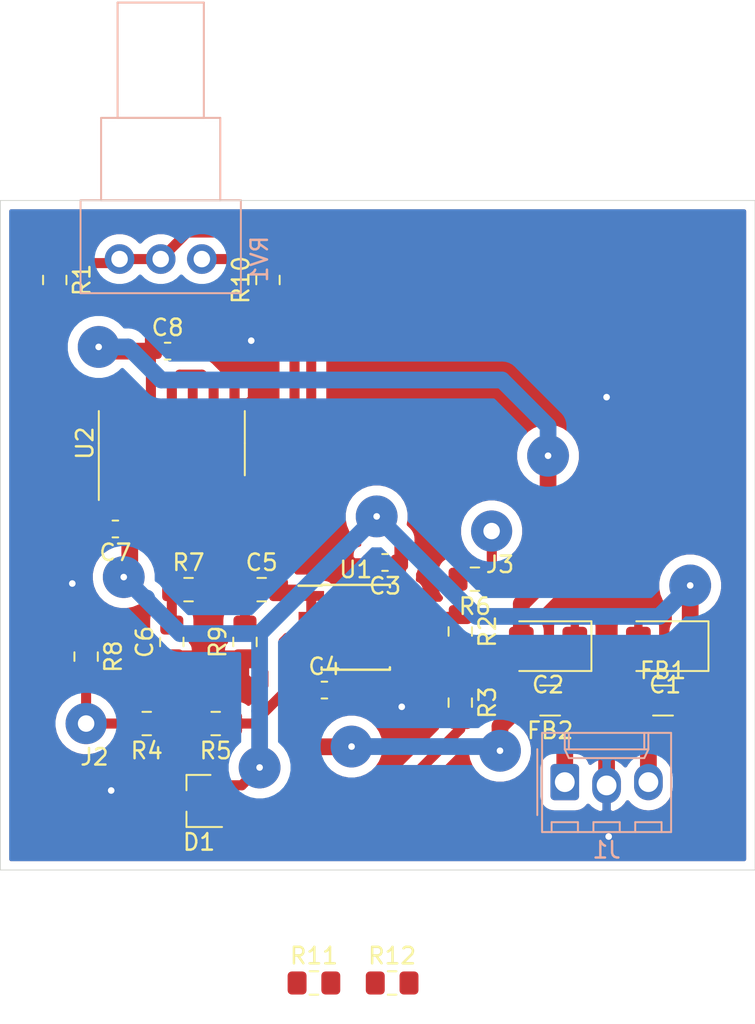
<source format=kicad_pcb>
(kicad_pcb (version 20171130) (host pcbnew 5.1.5+dfsg1-2build2)

  (general
    (thickness 1.6)
    (drawings 4)
    (tracks 221)
    (zones 0)
    (modules 29)
    (nets 19)
  )

  (page A4)
  (layers
    (0 F.Cu signal)
    (31 B.Cu signal)
    (32 B.Adhes user)
    (33 F.Adhes user)
    (34 B.Paste user)
    (35 F.Paste user)
    (36 B.SilkS user)
    (37 F.SilkS user)
    (38 B.Mask user)
    (39 F.Mask user)
    (40 Dwgs.User user)
    (41 Cmts.User user)
    (42 Eco1.User user)
    (43 Eco2.User user)
    (44 Edge.Cuts user)
    (45 Margin user)
    (46 B.CrtYd user)
    (47 F.CrtYd user)
    (48 B.Fab user)
    (49 F.Fab user)
  )

  (setup
    (last_trace_width 0.6096)
    (trace_clearance 0.4064)
    (zone_clearance 0.508)
    (zone_45_only no)
    (trace_min 0.2)
    (via_size 2.54)
    (via_drill 0.4)
    (via_min_size 0.4)
    (via_min_drill 0.3)
    (uvia_size 0.3)
    (uvia_drill 0.1)
    (uvias_allowed no)
    (uvia_min_size 0.2)
    (uvia_min_drill 0.1)
    (edge_width 0.05)
    (segment_width 0.2)
    (pcb_text_width 0.3)
    (pcb_text_size 1.5 1.5)
    (mod_edge_width 0.12)
    (mod_text_size 1 1)
    (mod_text_width 0.15)
    (pad_size 1.524 1.524)
    (pad_drill 0.762)
    (pad_to_mask_clearance 0.051)
    (solder_mask_min_width 0.25)
    (aux_axis_origin 0 0)
    (visible_elements FFFFFF7F)
    (pcbplotparams
      (layerselection 0x010fc_ffffffff)
      (usegerberextensions false)
      (usegerberattributes false)
      (usegerberadvancedattributes false)
      (creategerberjobfile false)
      (excludeedgelayer true)
      (linewidth 0.100000)
      (plotframeref false)
      (viasonmask false)
      (mode 1)
      (useauxorigin false)
      (hpglpennumber 1)
      (hpglpenspeed 20)
      (hpglpendiameter 15.000000)
      (psnegative false)
      (psa4output false)
      (plotreference true)
      (plotvalue true)
      (plotinvisibletext false)
      (padsonsilk false)
      (subtractmaskfromsilk false)
      (outputformat 1)
      (mirror false)
      (drillshape 1)
      (scaleselection 1)
      (outputdirectory ""))
  )

  (net 0 "")
  (net 1 GND)
  (net 2 +5V)
  (net 3 -5V)
  (net 4 "Net-(C5-Pad2)")
  (net 5 "Net-(C5-Pad1)")
  (net 6 "Net-(C6-Pad2)")
  (net 7 "Net-(D1-Pad3)")
  (net 8 "Net-(FB1-Pad1)")
  (net 9 "Net-(FB2-Pad1)")
  (net 10 "Net-(J2-Pad1)")
  (net 11 "Net-(J3-Pad1)")
  (net 12 "Net-(R1-Pad1)")
  (net 13 "Net-(R2-Pad2)")
  (net 14 "Net-(R2-Pad1)")
  (net 15 "Net-(R3-Pad2)")
  (net 16 "Net-(R5-Pad1)")
  (net 17 "Net-(R10-Pad2)")
  (net 18 "Net-(R11-Pad1)")

  (net_class Default "This is the default net class."
    (clearance 0.4064)
    (trace_width 0.6096)
    (via_dia 2.54)
    (via_drill 0.4)
    (uvia_dia 0.3)
    (uvia_drill 0.1)
    (add_net "Net-(C5-Pad1)")
    (add_net "Net-(C5-Pad2)")
    (add_net "Net-(C6-Pad2)")
    (add_net "Net-(D1-Pad3)")
    (add_net "Net-(J2-Pad1)")
    (add_net "Net-(J3-Pad1)")
    (add_net "Net-(R1-Pad1)")
    (add_net "Net-(R10-Pad2)")
    (add_net "Net-(R11-Pad1)")
    (add_net "Net-(R2-Pad1)")
    (add_net "Net-(R2-Pad2)")
    (add_net "Net-(R3-Pad2)")
    (add_net "Net-(R5-Pad1)")
    (add_net "Net-(U2-Pad13)")
    (add_net "Net-(U2-Pad14)")
  )

  (net_class power ""
    (clearance 0.6096)
    (trace_width 1.016)
    (via_dia 2.54)
    (via_drill 0.4)
    (uvia_dia 0.3)
    (uvia_drill 0.1)
    (add_net +5V)
    (add_net -5V)
    (add_net GND)
    (add_net "Net-(FB1-Pad1)")
    (add_net "Net-(FB2-Pad1)")
  )

  (module synkie_footprints:R_0805_2012Metric_Pad1.15x1.40mm_HandSolder (layer F.Cu) (tedit 5B36C52B) (tstamp 5FE77F9B)
    (at 49.2 73.66)
    (descr "Resistor SMD 0805 (2012 Metric), square (rectangular) end terminal, IPC_7351 nominal with elongated pad for handsoldering. (Body size source: https://docs.google.com/spreadsheets/d/1BsfQQcO9C6DZCsRaXUlFlo91Tg2WpOkGARC1WS5S8t0/edit?usp=sharing), generated with kicad-footprint-generator")
    (tags "resistor handsolder")
    (path /5FE821C9)
    (attr smd)
    (fp_text reference R12 (at 0 -1.65) (layer F.SilkS)
      (effects (font (size 1 1) (thickness 0.15)))
    )
    (fp_text value 470 (at 0 1.65) (layer F.Fab)
      (effects (font (size 1 1) (thickness 0.15)))
    )
    (fp_text user %R (at 0 0) (layer F.Fab)
      (effects (font (size 0.5 0.5) (thickness 0.08)))
    )
    (fp_line (start 1.85 0.95) (end -1.85 0.95) (layer F.CrtYd) (width 0.05))
    (fp_line (start 1.85 -0.95) (end 1.85 0.95) (layer F.CrtYd) (width 0.05))
    (fp_line (start -1.85 -0.95) (end 1.85 -0.95) (layer F.CrtYd) (width 0.05))
    (fp_line (start -1.85 0.95) (end -1.85 -0.95) (layer F.CrtYd) (width 0.05))
    (fp_line (start -0.261252 0.71) (end 0.261252 0.71) (layer F.SilkS) (width 0.12))
    (fp_line (start -0.261252 -0.71) (end 0.261252 -0.71) (layer F.SilkS) (width 0.12))
    (fp_line (start 1 0.6) (end -1 0.6) (layer F.Fab) (width 0.1))
    (fp_line (start 1 -0.6) (end 1 0.6) (layer F.Fab) (width 0.1))
    (fp_line (start -1 -0.6) (end 1 -0.6) (layer F.Fab) (width 0.1))
    (fp_line (start -1 0.6) (end -1 -0.6) (layer F.Fab) (width 0.1))
    (pad 2 smd roundrect (at 1.025 0) (size 1.15 1.4) (layers F.Cu F.Paste F.Mask) (roundrect_rratio 0.217391)
      (net 18 "Net-(R11-Pad1)"))
    (pad 1 smd roundrect (at -1.025 0) (size 1.15 1.4) (layers F.Cu F.Paste F.Mask) (roundrect_rratio 0.217391)
      (net 1 GND))
    (model ${KISYS3DMOD}/Resistor_SMD.3dshapes/R_0805_2012Metric.wrl
      (at (xyz 0 0 0))
      (scale (xyz 1 1 1))
      (rotate (xyz 0 0 0))
    )
  )

  (module synkie_footprints:R_0805_2012Metric_Pad1.15x1.40mm_HandSolder (layer F.Cu) (tedit 5B36C52B) (tstamp 5FE77F8A)
    (at 44.45 73.66)
    (descr "Resistor SMD 0805 (2012 Metric), square (rectangular) end terminal, IPC_7351 nominal with elongated pad for handsoldering. (Body size source: https://docs.google.com/spreadsheets/d/1BsfQQcO9C6DZCsRaXUlFlo91Tg2WpOkGARC1WS5S8t0/edit?usp=sharing), generated with kicad-footprint-generator")
    (tags "resistor handsolder")
    (path /5FE81ADF)
    (attr smd)
    (fp_text reference R11 (at 0 -1.65) (layer F.SilkS)
      (effects (font (size 1 1) (thickness 0.15)))
    )
    (fp_text value 2k (at 0 1.65) (layer F.Fab)
      (effects (font (size 1 1) (thickness 0.15)))
    )
    (fp_text user %R (at 0 0) (layer F.Fab)
      (effects (font (size 0.5 0.5) (thickness 0.08)))
    )
    (fp_line (start 1.85 0.95) (end -1.85 0.95) (layer F.CrtYd) (width 0.05))
    (fp_line (start 1.85 -0.95) (end 1.85 0.95) (layer F.CrtYd) (width 0.05))
    (fp_line (start -1.85 -0.95) (end 1.85 -0.95) (layer F.CrtYd) (width 0.05))
    (fp_line (start -1.85 0.95) (end -1.85 -0.95) (layer F.CrtYd) (width 0.05))
    (fp_line (start -0.261252 0.71) (end 0.261252 0.71) (layer F.SilkS) (width 0.12))
    (fp_line (start -0.261252 -0.71) (end 0.261252 -0.71) (layer F.SilkS) (width 0.12))
    (fp_line (start 1 0.6) (end -1 0.6) (layer F.Fab) (width 0.1))
    (fp_line (start 1 -0.6) (end 1 0.6) (layer F.Fab) (width 0.1))
    (fp_line (start -1 -0.6) (end 1 -0.6) (layer F.Fab) (width 0.1))
    (fp_line (start -1 0.6) (end -1 -0.6) (layer F.Fab) (width 0.1))
    (pad 2 smd roundrect (at 1.025 0) (size 1.15 1.4) (layers F.Cu F.Paste F.Mask) (roundrect_rratio 0.217391)
      (net 4 "Net-(C5-Pad2)"))
    (pad 1 smd roundrect (at -1.025 0) (size 1.15 1.4) (layers F.Cu F.Paste F.Mask) (roundrect_rratio 0.217391)
      (net 18 "Net-(R11-Pad1)"))
    (model ${KISYS3DMOD}/Resistor_SMD.3dshapes/R_0805_2012Metric.wrl
      (at (xyz 0 0 0))
      (scale (xyz 1 1 1))
      (rotate (xyz 0 0 0))
    )
  )

  (module synkie_footprints:SOIC-14_3.9x8.7mm_P1.27mm (layer F.Cu) (tedit 5D9F72B1) (tstamp 5FE66B8F)
    (at 35.814 40.894 90)
    (descr "SOIC, 14 Pin (JEDEC MS-012AB, https://www.analog.com/media/en/package-pcb-resources/package/pkg_pdf/soic_narrow-r/r_14.pdf), generated with kicad-footprint-generator ipc_gullwing_generator.py")
    (tags "SOIC SO")
    (path /5FE8684B)
    (attr smd)
    (fp_text reference U2 (at 0 -5.28 90) (layer F.SilkS)
      (effects (font (size 1 1) (thickness 0.15)))
    )
    (fp_text value LM339 (at 0 5.28 90) (layer F.Fab)
      (effects (font (size 1 1) (thickness 0.15)))
    )
    (fp_line (start 0 4.435) (end 1.95 4.435) (layer F.SilkS) (width 0.12))
    (fp_line (start 0 4.435) (end -1.95 4.435) (layer F.SilkS) (width 0.12))
    (fp_line (start 0 -4.435) (end 1.95 -4.435) (layer F.SilkS) (width 0.12))
    (fp_line (start 0 -4.435) (end -3.45 -4.435) (layer F.SilkS) (width 0.12))
    (fp_line (start -0.975 -4.325) (end 1.95 -4.325) (layer F.Fab) (width 0.1))
    (fp_line (start 1.95 -4.325) (end 1.95 4.325) (layer F.Fab) (width 0.1))
    (fp_line (start 1.95 4.325) (end -1.95 4.325) (layer F.Fab) (width 0.1))
    (fp_line (start -1.95 4.325) (end -1.95 -3.35) (layer F.Fab) (width 0.1))
    (fp_line (start -1.95 -3.35) (end -0.975 -4.325) (layer F.Fab) (width 0.1))
    (fp_line (start -3.7 -4.58) (end -3.7 4.58) (layer F.CrtYd) (width 0.05))
    (fp_line (start -3.7 4.58) (end 3.7 4.58) (layer F.CrtYd) (width 0.05))
    (fp_line (start 3.7 4.58) (end 3.7 -4.58) (layer F.CrtYd) (width 0.05))
    (fp_line (start 3.7 -4.58) (end -3.7 -4.58) (layer F.CrtYd) (width 0.05))
    (fp_text user %R (at 0 0 90) (layer F.Fab)
      (effects (font (size 0.98 0.98) (thickness 0.15)))
    )
    (pad 1 smd roundrect (at -2.475 -3.81 90) (size 1.95 0.6) (layers F.Cu F.Paste F.Mask) (roundrect_rratio 0.25)
      (net 15 "Net-(R3-Pad2)"))
    (pad 2 smd roundrect (at -2.475 -2.54 90) (size 1.95 0.6) (layers F.Cu F.Paste F.Mask) (roundrect_rratio 0.25)
      (net 15 "Net-(R3-Pad2)"))
    (pad 3 smd roundrect (at -2.475 -1.27 90) (size 1.95 0.6) (layers F.Cu F.Paste F.Mask) (roundrect_rratio 0.25)
      (net 2 +5V))
    (pad 4 smd roundrect (at -2.475 0 90) (size 1.95 0.6) (layers F.Cu F.Paste F.Mask) (roundrect_rratio 0.25)
      (net 6 "Net-(C6-Pad2)"))
    (pad 5 smd roundrect (at -2.475 1.27 90) (size 1.95 0.6) (layers F.Cu F.Paste F.Mask) (roundrect_rratio 0.25)
      (net 12 "Net-(R1-Pad1)"))
    (pad 6 smd roundrect (at -2.475 2.54 90) (size 1.95 0.6) (layers F.Cu F.Paste F.Mask) (roundrect_rratio 0.25)
      (net 17 "Net-(R10-Pad2)"))
    (pad 7 smd roundrect (at -2.475 3.81 90) (size 1.95 0.6) (layers F.Cu F.Paste F.Mask) (roundrect_rratio 0.25)
      (net 6 "Net-(C6-Pad2)"))
    (pad 8 smd roundrect (at 2.475 3.81 90) (size 1.95 0.6) (layers F.Cu F.Paste F.Mask) (roundrect_rratio 0.25)
      (net 1 GND))
    (pad 9 smd roundrect (at 2.475 2.54 90) (size 1.95 0.6) (layers F.Cu F.Paste F.Mask) (roundrect_rratio 0.25)
      (net 2 +5V))
    (pad 10 smd roundrect (at 2.475 1.27 90) (size 1.95 0.6) (layers F.Cu F.Paste F.Mask) (roundrect_rratio 0.25)
      (net 1 GND))
    (pad 11 smd roundrect (at 2.475 0 90) (size 1.95 0.6) (layers F.Cu F.Paste F.Mask) (roundrect_rratio 0.25)
      (net 2 +5V))
    (pad 12 smd roundrect (at 2.475 -1.27 90) (size 1.95 0.6) (layers F.Cu F.Paste F.Mask) (roundrect_rratio 0.25)
      (net 3 -5V))
    (pad 13 smd roundrect (at 2.475 -2.54 90) (size 1.95 0.6) (layers F.Cu F.Paste F.Mask) (roundrect_rratio 0.25))
    (pad 14 smd roundrect (at 2.475 -3.81 90) (size 1.95 0.6) (layers F.Cu F.Paste F.Mask) (roundrect_rratio 0.25))
    (model ${KISYS3DMOD}/Package_SO.3dshapes/SOIC-14_3.9x8.7mm_P1.27mm.wrl
      (at (xyz 0 0 0))
      (scale (xyz 1 1 1))
      (rotate (xyz 0 0 0))
    )
  )

  (module synkie_footprints:SOIC-8_3.9x4.9mm_P1.27mm (layer F.Cu) (tedit 5A02F2D3) (tstamp 5FE6708A)
    (at 46.99 52.07)
    (descr "8-Lead Plastic Small Outline (SN) - Narrow, 3.90 mm Body [SOIC] (see Microchip Packaging Specification 00000049BS.pdf)")
    (tags "SOIC 1.27")
    (path /5FE5C941)
    (attr smd)
    (fp_text reference U1 (at 0 -3.5) (layer F.SilkS)
      (effects (font (size 1 1) (thickness 0.15)))
    )
    (fp_text value Opamp_Dual_Generic (at 0 3.5) (layer F.Fab)
      (effects (font (size 1 1) (thickness 0.15)))
    )
    (fp_text user %R (at 0 0) (layer F.Fab)
      (effects (font (size 1 1) (thickness 0.15)))
    )
    (fp_line (start -0.95 -2.45) (end 1.95 -2.45) (layer F.Fab) (width 0.1))
    (fp_line (start 1.95 -2.45) (end 1.95 2.45) (layer F.Fab) (width 0.1))
    (fp_line (start 1.95 2.45) (end -1.95 2.45) (layer F.Fab) (width 0.1))
    (fp_line (start -1.95 2.45) (end -1.95 -1.45) (layer F.Fab) (width 0.1))
    (fp_line (start -1.95 -1.45) (end -0.95 -2.45) (layer F.Fab) (width 0.1))
    (fp_line (start -3.73 -2.7) (end -3.73 2.7) (layer F.CrtYd) (width 0.05))
    (fp_line (start 3.73 -2.7) (end 3.73 2.7) (layer F.CrtYd) (width 0.05))
    (fp_line (start -3.73 -2.7) (end 3.73 -2.7) (layer F.CrtYd) (width 0.05))
    (fp_line (start -3.73 2.7) (end 3.73 2.7) (layer F.CrtYd) (width 0.05))
    (fp_line (start -2.075 -2.575) (end -2.075 -2.525) (layer F.SilkS) (width 0.15))
    (fp_line (start 2.075 -2.575) (end 2.075 -2.43) (layer F.SilkS) (width 0.15))
    (fp_line (start 2.075 2.575) (end 2.075 2.43) (layer F.SilkS) (width 0.15))
    (fp_line (start -2.075 2.575) (end -2.075 2.43) (layer F.SilkS) (width 0.15))
    (fp_line (start -2.075 -2.575) (end 2.075 -2.575) (layer F.SilkS) (width 0.15))
    (fp_line (start -2.075 2.575) (end 2.075 2.575) (layer F.SilkS) (width 0.15))
    (fp_line (start -2.075 -2.525) (end -3.475 -2.525) (layer F.SilkS) (width 0.15))
    (pad 1 smd rect (at -2.7 -1.905) (size 1.55 0.6) (layers F.Cu F.Paste F.Mask)
      (net 4 "Net-(C5-Pad2)"))
    (pad 2 smd rect (at -2.7 -0.635) (size 1.55 0.6) (layers F.Cu F.Paste F.Mask)
      (net 18 "Net-(R11-Pad1)"))
    (pad 3 smd rect (at -2.7 0.635) (size 1.55 0.6) (layers F.Cu F.Paste F.Mask)
      (net 16 "Net-(R5-Pad1)"))
    (pad 4 smd rect (at -2.7 1.905) (size 1.55 0.6) (layers F.Cu F.Paste F.Mask)
      (net 3 -5V))
    (pad 5 smd rect (at 2.7 1.905) (size 1.55 0.6) (layers F.Cu F.Paste F.Mask)
      (net 1 GND))
    (pad 6 smd rect (at 2.7 0.635) (size 1.55 0.6) (layers F.Cu F.Paste F.Mask)
      (net 13 "Net-(R2-Pad2)"))
    (pad 7 smd rect (at 2.7 -0.635) (size 1.55 0.6) (layers F.Cu F.Paste F.Mask)
      (net 14 "Net-(R2-Pad1)"))
    (pad 8 smd rect (at 2.7 -1.905) (size 1.55 0.6) (layers F.Cu F.Paste F.Mask)
      (net 2 +5V))
    (model ${KISYS3DMOD}/Package_SO.3dshapes/SOIC-8_3.9x4.9mm_P1.27mm.wrl
      (at (xyz 0 0 0))
      (scale (xyz 1 1 1))
      (rotate (xyz 0 0 0))
    )
  )

  (module synkie_footprints:Potentiometer_Alps_RK09Y11_Single_Horizontal (layer B.Cu) (tedit 5A3D4993) (tstamp 5FE674E5)
    (at 32.639 29.718 90)
    (descr "Potentiometer, horizontal, Alps RK09Y11 Single, http://www.alps.com/prod/info/E/HTML/Potentiometer/RotaryPotentiometers/RK09Y11/RK09Y11_list.html")
    (tags "Potentiometer horizontal Alps RK09Y11 Single")
    (path /5FE940F6)
    (fp_text reference RV1 (at 0 8.5 270) (layer B.SilkS)
      (effects (font (size 1 1) (thickness 0.15)) (justify mirror))
    )
    (fp_text value 10k (at 0 -3.5 270) (layer B.Fab)
      (effects (font (size 1 1) (thickness 0.15)) (justify mirror))
    )
    (fp_text user %R (at 0.75 2.5 270) (layer B.Fab)
      (effects (font (size 1 1) (thickness 0.15)) (justify mirror))
    )
    (fp_line (start 15.7 7.5) (end -2.2 7.5) (layer B.CrtYd) (width 0.05))
    (fp_line (start 15.7 -2.5) (end 15.7 7.5) (layer B.CrtYd) (width 0.05))
    (fp_line (start -2.2 -2.5) (end 15.7 -2.5) (layer B.CrtYd) (width 0.05))
    (fp_line (start -2.2 7.5) (end -2.2 -2.5) (layer B.CrtYd) (width 0.05))
    (fp_line (start 15.57 5.12) (end 15.57 -0.12) (layer B.SilkS) (width 0.12))
    (fp_line (start 8.57 5.12) (end 8.57 -0.12) (layer B.SilkS) (width 0.12))
    (fp_line (start 8.57 -0.12) (end 15.57 -0.12) (layer B.SilkS) (width 0.12))
    (fp_line (start 8.57 5.12) (end 15.57 5.12) (layer B.SilkS) (width 0.12))
    (fp_line (start 8.57 6.12) (end 8.57 -1.12) (layer B.SilkS) (width 0.12))
    (fp_line (start 3.57 6.12) (end 3.57 -1.12) (layer B.SilkS) (width 0.12))
    (fp_line (start 3.57 -1.12) (end 8.57 -1.12) (layer B.SilkS) (width 0.12))
    (fp_line (start 3.57 6.12) (end 8.57 6.12) (layer B.SilkS) (width 0.12))
    (fp_line (start 3.57 7.37) (end 3.57 -2.37) (layer B.SilkS) (width 0.12))
    (fp_line (start -2.071 7.37) (end -2.071 -2.37) (layer B.SilkS) (width 0.12))
    (fp_line (start -2.071 -2.37) (end 3.57 -2.37) (layer B.SilkS) (width 0.12))
    (fp_line (start -2.071 7.37) (end 3.57 7.37) (layer B.SilkS) (width 0.12))
    (fp_line (start 15.45 5) (end 8.45 5) (layer B.Fab) (width 0.1))
    (fp_line (start 15.45 0) (end 15.45 5) (layer B.Fab) (width 0.1))
    (fp_line (start 8.45 0) (end 15.45 0) (layer B.Fab) (width 0.1))
    (fp_line (start 8.45 5) (end 8.45 0) (layer B.Fab) (width 0.1))
    (fp_line (start 8.45 6) (end 3.45 6) (layer B.Fab) (width 0.1))
    (fp_line (start 8.45 -1) (end 8.45 6) (layer B.Fab) (width 0.1))
    (fp_line (start 3.45 -1) (end 8.45 -1) (layer B.Fab) (width 0.1))
    (fp_line (start 3.45 6) (end 3.45 -1) (layer B.Fab) (width 0.1))
    (fp_line (start 3.45 7.25) (end -1.95 7.25) (layer B.Fab) (width 0.1))
    (fp_line (start 3.45 -2.25) (end 3.45 7.25) (layer B.Fab) (width 0.1))
    (fp_line (start -1.95 -2.25) (end 3.45 -2.25) (layer B.Fab) (width 0.1))
    (fp_line (start -1.95 7.25) (end -1.95 -2.25) (layer B.Fab) (width 0.1))
    (pad 1 thru_hole circle (at 0 0 90) (size 1.8 1.8) (drill 1) (layers *.Cu *.Mask)
      (net 12 "Net-(R1-Pad1)"))
    (pad 2 thru_hole circle (at 0 2.5 90) (size 1.8 1.8) (drill 1) (layers *.Cu *.Mask)
      (net 12 "Net-(R1-Pad1)"))
    (pad 3 thru_hole circle (at 0 5 90) (size 1.8 1.8) (drill 1) (layers *.Cu *.Mask)
      (net 17 "Net-(R10-Pad2)"))
    (model ${KISYS3DMOD}/Potentiometer_THT.3dshapes/Potentiometer_Alps_RK09Y11_Single_Horizontal.wrl
      (at (xyz 0 0 0))
      (scale (xyz 1 1 1))
      (rotate (xyz 0 0 0))
    )
  )

  (module synkie_footprints:R_0805_2012Metric_Pad1.15x1.40mm_HandSolder (layer F.Cu) (tedit 5B36C52B) (tstamp 5FE6711D)
    (at 41.656 30.988 90)
    (descr "Resistor SMD 0805 (2012 Metric), square (rectangular) end terminal, IPC_7351 nominal with elongated pad for handsoldering. (Body size source: https://docs.google.com/spreadsheets/d/1BsfQQcO9C6DZCsRaXUlFlo91Tg2WpOkGARC1WS5S8t0/edit?usp=sharing), generated with kicad-footprint-generator")
    (tags "resistor handsolder")
    (path /5FE918F6)
    (attr smd)
    (fp_text reference R10 (at 0 -1.65 90) (layer F.SilkS)
      (effects (font (size 1 1) (thickness 0.15)))
    )
    (fp_text value 3k (at 0 1.65 90) (layer F.Fab)
      (effects (font (size 1 1) (thickness 0.15)))
    )
    (fp_line (start -1 0.6) (end -1 -0.6) (layer F.Fab) (width 0.1))
    (fp_line (start -1 -0.6) (end 1 -0.6) (layer F.Fab) (width 0.1))
    (fp_line (start 1 -0.6) (end 1 0.6) (layer F.Fab) (width 0.1))
    (fp_line (start 1 0.6) (end -1 0.6) (layer F.Fab) (width 0.1))
    (fp_line (start -0.261252 -0.71) (end 0.261252 -0.71) (layer F.SilkS) (width 0.12))
    (fp_line (start -0.261252 0.71) (end 0.261252 0.71) (layer F.SilkS) (width 0.12))
    (fp_line (start -1.85 0.95) (end -1.85 -0.95) (layer F.CrtYd) (width 0.05))
    (fp_line (start -1.85 -0.95) (end 1.85 -0.95) (layer F.CrtYd) (width 0.05))
    (fp_line (start 1.85 -0.95) (end 1.85 0.95) (layer F.CrtYd) (width 0.05))
    (fp_line (start 1.85 0.95) (end -1.85 0.95) (layer F.CrtYd) (width 0.05))
    (fp_text user %R (at 0 0 90) (layer F.Fab)
      (effects (font (size 0.5 0.5) (thickness 0.08)))
    )
    (pad 1 smd roundrect (at -1.025 0 90) (size 1.15 1.4) (layers F.Cu F.Paste F.Mask) (roundrect_rratio 0.217391)
      (net 3 -5V))
    (pad 2 smd roundrect (at 1.025 0 90) (size 1.15 1.4) (layers F.Cu F.Paste F.Mask) (roundrect_rratio 0.217391)
      (net 17 "Net-(R10-Pad2)"))
    (model ${KISYS3DMOD}/Resistor_SMD.3dshapes/R_0805_2012Metric.wrl
      (at (xyz 0 0 0))
      (scale (xyz 1 1 1))
      (rotate (xyz 0 0 0))
    )
  )

  (module synkie_footprints:R_0805_2012Metric_Pad1.15x1.40mm_HandSolder (layer F.Cu) (tedit 5B36C52B) (tstamp 5FE6714D)
    (at 40.259 52.959 90)
    (descr "Resistor SMD 0805 (2012 Metric), square (rectangular) end terminal, IPC_7351 nominal with elongated pad for handsoldering. (Body size source: https://docs.google.com/spreadsheets/d/1BsfQQcO9C6DZCsRaXUlFlo91Tg2WpOkGARC1WS5S8t0/edit?usp=sharing), generated with kicad-footprint-generator")
    (tags "resistor handsolder")
    (path /5FE745F2)
    (attr smd)
    (fp_text reference R9 (at 0 -1.65 90) (layer F.SilkS)
      (effects (font (size 1 1) (thickness 0.15)))
    )
    (fp_text value 100 (at 0 1.65 90) (layer F.Fab)
      (effects (font (size 1 1) (thickness 0.15)))
    )
    (fp_line (start -1 0.6) (end -1 -0.6) (layer F.Fab) (width 0.1))
    (fp_line (start -1 -0.6) (end 1 -0.6) (layer F.Fab) (width 0.1))
    (fp_line (start 1 -0.6) (end 1 0.6) (layer F.Fab) (width 0.1))
    (fp_line (start 1 0.6) (end -1 0.6) (layer F.Fab) (width 0.1))
    (fp_line (start -0.261252 -0.71) (end 0.261252 -0.71) (layer F.SilkS) (width 0.12))
    (fp_line (start -0.261252 0.71) (end 0.261252 0.71) (layer F.SilkS) (width 0.12))
    (fp_line (start -1.85 0.95) (end -1.85 -0.95) (layer F.CrtYd) (width 0.05))
    (fp_line (start -1.85 -0.95) (end 1.85 -0.95) (layer F.CrtYd) (width 0.05))
    (fp_line (start 1.85 -0.95) (end 1.85 0.95) (layer F.CrtYd) (width 0.05))
    (fp_line (start 1.85 0.95) (end -1.85 0.95) (layer F.CrtYd) (width 0.05))
    (fp_text user %R (at 0 0 90) (layer F.Fab)
      (effects (font (size 0.5 0.5) (thickness 0.08)))
    )
    (pad 1 smd roundrect (at -1.025 0 90) (size 1.15 1.4) (layers F.Cu F.Paste F.Mask) (roundrect_rratio 0.217391)
      (net 1 GND))
    (pad 2 smd roundrect (at 1.025 0 90) (size 1.15 1.4) (layers F.Cu F.Paste F.Mask) (roundrect_rratio 0.217391)
      (net 5 "Net-(C5-Pad1)"))
    (model ${KISYS3DMOD}/Resistor_SMD.3dshapes/R_0805_2012Metric.wrl
      (at (xyz 0 0 0))
      (scale (xyz 1 1 1))
      (rotate (xyz 0 0 0))
    )
  )

  (module synkie_footprints:R_0805_2012Metric_Pad1.15x1.40mm_HandSolder (layer F.Cu) (tedit 5B36C52B) (tstamp 5FE671AD)
    (at 30.607 53.848 270)
    (descr "Resistor SMD 0805 (2012 Metric), square (rectangular) end terminal, IPC_7351 nominal with elongated pad for handsoldering. (Body size source: https://docs.google.com/spreadsheets/d/1BsfQQcO9C6DZCsRaXUlFlo91Tg2WpOkGARC1WS5S8t0/edit?usp=sharing), generated with kicad-footprint-generator")
    (tags "resistor handsolder")
    (path /5DCC7045)
    (attr smd)
    (fp_text reference R8 (at 0 -1.65 90) (layer F.SilkS)
      (effects (font (size 1 1) (thickness 0.15)))
    )
    (fp_text value 10k (at 0 1.65 90) (layer F.Fab)
      (effects (font (size 1 1) (thickness 0.15)))
    )
    (fp_line (start -1 0.6) (end -1 -0.6) (layer F.Fab) (width 0.1))
    (fp_line (start -1 -0.6) (end 1 -0.6) (layer F.Fab) (width 0.1))
    (fp_line (start 1 -0.6) (end 1 0.6) (layer F.Fab) (width 0.1))
    (fp_line (start 1 0.6) (end -1 0.6) (layer F.Fab) (width 0.1))
    (fp_line (start -0.261252 -0.71) (end 0.261252 -0.71) (layer F.SilkS) (width 0.12))
    (fp_line (start -0.261252 0.71) (end 0.261252 0.71) (layer F.SilkS) (width 0.12))
    (fp_line (start -1.85 0.95) (end -1.85 -0.95) (layer F.CrtYd) (width 0.05))
    (fp_line (start -1.85 -0.95) (end 1.85 -0.95) (layer F.CrtYd) (width 0.05))
    (fp_line (start 1.85 -0.95) (end 1.85 0.95) (layer F.CrtYd) (width 0.05))
    (fp_line (start 1.85 0.95) (end -1.85 0.95) (layer F.CrtYd) (width 0.05))
    (fp_text user %R (at 0 0 90) (layer F.Fab)
      (effects (font (size 0.5 0.5) (thickness 0.08)))
    )
    (pad 1 smd roundrect (at -1.025 0 270) (size 1.15 1.4) (layers F.Cu F.Paste F.Mask) (roundrect_rratio 0.217391)
      (net 1 GND))
    (pad 2 smd roundrect (at 1.025 0 270) (size 1.15 1.4) (layers F.Cu F.Paste F.Mask) (roundrect_rratio 0.217391)
      (net 10 "Net-(J2-Pad1)"))
    (model ${KISYS3DMOD}/Resistor_SMD.3dshapes/R_0805_2012Metric.wrl
      (at (xyz 0 0 0))
      (scale (xyz 1 1 1))
      (rotate (xyz 0 0 0))
    )
  )

  (module synkie_footprints:R_0805_2012Metric_Pad1.15x1.40mm_HandSolder (layer F.Cu) (tedit 5B36C52B) (tstamp 5FE6717D)
    (at 36.83 49.784)
    (descr "Resistor SMD 0805 (2012 Metric), square (rectangular) end terminal, IPC_7351 nominal with elongated pad for handsoldering. (Body size source: https://docs.google.com/spreadsheets/d/1BsfQQcO9C6DZCsRaXUlFlo91Tg2WpOkGARC1WS5S8t0/edit?usp=sharing), generated with kicad-footprint-generator")
    (tags "resistor handsolder")
    (path /5FE74D23)
    (attr smd)
    (fp_text reference R7 (at 0 -1.65) (layer F.SilkS)
      (effects (font (size 1 1) (thickness 0.15)))
    )
    (fp_text value 1k (at 0 1.65) (layer F.Fab)
      (effects (font (size 1 1) (thickness 0.15)))
    )
    (fp_line (start -1 0.6) (end -1 -0.6) (layer F.Fab) (width 0.1))
    (fp_line (start -1 -0.6) (end 1 -0.6) (layer F.Fab) (width 0.1))
    (fp_line (start 1 -0.6) (end 1 0.6) (layer F.Fab) (width 0.1))
    (fp_line (start 1 0.6) (end -1 0.6) (layer F.Fab) (width 0.1))
    (fp_line (start -0.261252 -0.71) (end 0.261252 -0.71) (layer F.SilkS) (width 0.12))
    (fp_line (start -0.261252 0.71) (end 0.261252 0.71) (layer F.SilkS) (width 0.12))
    (fp_line (start -1.85 0.95) (end -1.85 -0.95) (layer F.CrtYd) (width 0.05))
    (fp_line (start -1.85 -0.95) (end 1.85 -0.95) (layer F.CrtYd) (width 0.05))
    (fp_line (start 1.85 -0.95) (end 1.85 0.95) (layer F.CrtYd) (width 0.05))
    (fp_line (start 1.85 0.95) (end -1.85 0.95) (layer F.CrtYd) (width 0.05))
    (fp_text user %R (at 0 0) (layer F.Fab)
      (effects (font (size 0.5 0.5) (thickness 0.08)))
    )
    (pad 1 smd roundrect (at -1.025 0) (size 1.15 1.4) (layers F.Cu F.Paste F.Mask) (roundrect_rratio 0.217391)
      (net 6 "Net-(C6-Pad2)"))
    (pad 2 smd roundrect (at 1.025 0) (size 1.15 1.4) (layers F.Cu F.Paste F.Mask) (roundrect_rratio 0.217391)
      (net 5 "Net-(C5-Pad1)"))
    (model ${KISYS3DMOD}/Resistor_SMD.3dshapes/R_0805_2012Metric.wrl
      (at (xyz 0 0 0))
      (scale (xyz 1 1 1))
      (rotate (xyz 0 0 0))
    )
  )

  (module synkie_footprints:R_0805_2012Metric_Pad1.15x1.40mm_HandSolder (layer F.Cu) (tedit 5B36C52B) (tstamp 5FE66C58)
    (at 54.229 49.149 180)
    (descr "Resistor SMD 0805 (2012 Metric), square (rectangular) end terminal, IPC_7351 nominal with elongated pad for handsoldering. (Body size source: https://docs.google.com/spreadsheets/d/1BsfQQcO9C6DZCsRaXUlFlo91Tg2WpOkGARC1WS5S8t0/edit?usp=sharing), generated with kicad-footprint-generator")
    (tags "resistor handsolder")
    (path /5FE68151)
    (attr smd)
    (fp_text reference R6 (at 0 -1.65) (layer F.SilkS)
      (effects (font (size 1 1) (thickness 0.15)))
    )
    (fp_text value 75 (at 0 1.65) (layer F.Fab)
      (effects (font (size 1 1) (thickness 0.15)))
    )
    (fp_line (start -1 0.6) (end -1 -0.6) (layer F.Fab) (width 0.1))
    (fp_line (start -1 -0.6) (end 1 -0.6) (layer F.Fab) (width 0.1))
    (fp_line (start 1 -0.6) (end 1 0.6) (layer F.Fab) (width 0.1))
    (fp_line (start 1 0.6) (end -1 0.6) (layer F.Fab) (width 0.1))
    (fp_line (start -0.261252 -0.71) (end 0.261252 -0.71) (layer F.SilkS) (width 0.12))
    (fp_line (start -0.261252 0.71) (end 0.261252 0.71) (layer F.SilkS) (width 0.12))
    (fp_line (start -1.85 0.95) (end -1.85 -0.95) (layer F.CrtYd) (width 0.05))
    (fp_line (start -1.85 -0.95) (end 1.85 -0.95) (layer F.CrtYd) (width 0.05))
    (fp_line (start 1.85 -0.95) (end 1.85 0.95) (layer F.CrtYd) (width 0.05))
    (fp_line (start 1.85 0.95) (end -1.85 0.95) (layer F.CrtYd) (width 0.05))
    (fp_text user %R (at 0 0) (layer F.Fab)
      (effects (font (size 0.5 0.5) (thickness 0.08)))
    )
    (pad 1 smd roundrect (at -1.025 0 180) (size 1.15 1.4) (layers F.Cu F.Paste F.Mask) (roundrect_rratio 0.217391)
      (net 11 "Net-(J3-Pad1)"))
    (pad 2 smd roundrect (at 1.025 0 180) (size 1.15 1.4) (layers F.Cu F.Paste F.Mask) (roundrect_rratio 0.217391)
      (net 14 "Net-(R2-Pad1)"))
    (model ${KISYS3DMOD}/Resistor_SMD.3dshapes/R_0805_2012Metric.wrl
      (at (xyz 0 0 0))
      (scale (xyz 1 1 1))
      (rotate (xyz 0 0 0))
    )
  )

  (module synkie_footprints:R_0805_2012Metric_Pad1.15x1.40mm_HandSolder (layer F.Cu) (tedit 5B36C52B) (tstamp 5FE66EF2)
    (at 38.481 57.912 180)
    (descr "Resistor SMD 0805 (2012 Metric), square (rectangular) end terminal, IPC_7351 nominal with elongated pad for handsoldering. (Body size source: https://docs.google.com/spreadsheets/d/1BsfQQcO9C6DZCsRaXUlFlo91Tg2WpOkGARC1WS5S8t0/edit?usp=sharing), generated with kicad-footprint-generator")
    (tags "resistor handsolder")
    (path /5DCB0590)
    (attr smd)
    (fp_text reference R5 (at 0 -1.65) (layer F.SilkS)
      (effects (font (size 1 1) (thickness 0.15)))
    )
    (fp_text value 75 (at 0 1.65) (layer F.Fab)
      (effects (font (size 1 1) (thickness 0.15)))
    )
    (fp_line (start -1 0.6) (end -1 -0.6) (layer F.Fab) (width 0.1))
    (fp_line (start -1 -0.6) (end 1 -0.6) (layer F.Fab) (width 0.1))
    (fp_line (start 1 -0.6) (end 1 0.6) (layer F.Fab) (width 0.1))
    (fp_line (start 1 0.6) (end -1 0.6) (layer F.Fab) (width 0.1))
    (fp_line (start -0.261252 -0.71) (end 0.261252 -0.71) (layer F.SilkS) (width 0.12))
    (fp_line (start -0.261252 0.71) (end 0.261252 0.71) (layer F.SilkS) (width 0.12))
    (fp_line (start -1.85 0.95) (end -1.85 -0.95) (layer F.CrtYd) (width 0.05))
    (fp_line (start -1.85 -0.95) (end 1.85 -0.95) (layer F.CrtYd) (width 0.05))
    (fp_line (start 1.85 -0.95) (end 1.85 0.95) (layer F.CrtYd) (width 0.05))
    (fp_line (start 1.85 0.95) (end -1.85 0.95) (layer F.CrtYd) (width 0.05))
    (fp_text user %R (at 0 0) (layer F.Fab)
      (effects (font (size 0.5 0.5) (thickness 0.08)))
    )
    (pad 1 smd roundrect (at -1.025 0 180) (size 1.15 1.4) (layers F.Cu F.Paste F.Mask) (roundrect_rratio 0.217391)
      (net 16 "Net-(R5-Pad1)"))
    (pad 2 smd roundrect (at 1.025 0 180) (size 1.15 1.4) (layers F.Cu F.Paste F.Mask) (roundrect_rratio 0.217391)
      (net 7 "Net-(D1-Pad3)"))
    (model ${KISYS3DMOD}/Resistor_SMD.3dshapes/R_0805_2012Metric.wrl
      (at (xyz 0 0 0))
      (scale (xyz 1 1 1))
      (rotate (xyz 0 0 0))
    )
  )

  (module synkie_footprints:R_0805_2012Metric_Pad1.15x1.40mm_HandSolder (layer F.Cu) (tedit 5B36C52B) (tstamp 5FE66AE1)
    (at 34.29 57.912 180)
    (descr "Resistor SMD 0805 (2012 Metric), square (rectangular) end terminal, IPC_7351 nominal with elongated pad for handsoldering. (Body size source: https://docs.google.com/spreadsheets/d/1BsfQQcO9C6DZCsRaXUlFlo91Tg2WpOkGARC1WS5S8t0/edit?usp=sharing), generated with kicad-footprint-generator")
    (tags "resistor handsolder")
    (path /5DCC6769)
    (attr smd)
    (fp_text reference R4 (at 0 -1.65) (layer F.SilkS)
      (effects (font (size 1 1) (thickness 0.15)))
    )
    (fp_text value 75 (at 0 1.65) (layer F.Fab)
      (effects (font (size 1 1) (thickness 0.15)))
    )
    (fp_line (start -1 0.6) (end -1 -0.6) (layer F.Fab) (width 0.1))
    (fp_line (start -1 -0.6) (end 1 -0.6) (layer F.Fab) (width 0.1))
    (fp_line (start 1 -0.6) (end 1 0.6) (layer F.Fab) (width 0.1))
    (fp_line (start 1 0.6) (end -1 0.6) (layer F.Fab) (width 0.1))
    (fp_line (start -0.261252 -0.71) (end 0.261252 -0.71) (layer F.SilkS) (width 0.12))
    (fp_line (start -0.261252 0.71) (end 0.261252 0.71) (layer F.SilkS) (width 0.12))
    (fp_line (start -1.85 0.95) (end -1.85 -0.95) (layer F.CrtYd) (width 0.05))
    (fp_line (start -1.85 -0.95) (end 1.85 -0.95) (layer F.CrtYd) (width 0.05))
    (fp_line (start 1.85 -0.95) (end 1.85 0.95) (layer F.CrtYd) (width 0.05))
    (fp_line (start 1.85 0.95) (end -1.85 0.95) (layer F.CrtYd) (width 0.05))
    (fp_text user %R (at 0 0) (layer F.Fab)
      (effects (font (size 0.5 0.5) (thickness 0.08)))
    )
    (pad 1 smd roundrect (at -1.025 0 180) (size 1.15 1.4) (layers F.Cu F.Paste F.Mask) (roundrect_rratio 0.217391)
      (net 7 "Net-(D1-Pad3)"))
    (pad 2 smd roundrect (at 1.025 0 180) (size 1.15 1.4) (layers F.Cu F.Paste F.Mask) (roundrect_rratio 0.217391)
      (net 10 "Net-(J2-Pad1)"))
    (model ${KISYS3DMOD}/Resistor_SMD.3dshapes/R_0805_2012Metric.wrl
      (at (xyz 0 0 0))
      (scale (xyz 1 1 1))
      (rotate (xyz 0 0 0))
    )
  )

  (module synkie_footprints:R_0805_2012Metric_Pad1.15x1.40mm_HandSolder (layer F.Cu) (tedit 5B36C52B) (tstamp 5FE66B44)
    (at 53.34 56.642 270)
    (descr "Resistor SMD 0805 (2012 Metric), square (rectangular) end terminal, IPC_7351 nominal with elongated pad for handsoldering. (Body size source: https://docs.google.com/spreadsheets/d/1BsfQQcO9C6DZCsRaXUlFlo91Tg2WpOkGARC1WS5S8t0/edit?usp=sharing), generated with kicad-footprint-generator")
    (tags "resistor handsolder")
    (path /5FEABE6E)
    (attr smd)
    (fp_text reference R3 (at 0 -1.65 90) (layer F.SilkS)
      (effects (font (size 1 1) (thickness 0.15)))
    )
    (fp_text value 5k (at 0 1.65 90) (layer F.Fab)
      (effects (font (size 1 1) (thickness 0.15)))
    )
    (fp_line (start -1 0.6) (end -1 -0.6) (layer F.Fab) (width 0.1))
    (fp_line (start -1 -0.6) (end 1 -0.6) (layer F.Fab) (width 0.1))
    (fp_line (start 1 -0.6) (end 1 0.6) (layer F.Fab) (width 0.1))
    (fp_line (start 1 0.6) (end -1 0.6) (layer F.Fab) (width 0.1))
    (fp_line (start -0.261252 -0.71) (end 0.261252 -0.71) (layer F.SilkS) (width 0.12))
    (fp_line (start -0.261252 0.71) (end 0.261252 0.71) (layer F.SilkS) (width 0.12))
    (fp_line (start -1.85 0.95) (end -1.85 -0.95) (layer F.CrtYd) (width 0.05))
    (fp_line (start -1.85 -0.95) (end 1.85 -0.95) (layer F.CrtYd) (width 0.05))
    (fp_line (start 1.85 -0.95) (end 1.85 0.95) (layer F.CrtYd) (width 0.05))
    (fp_line (start 1.85 0.95) (end -1.85 0.95) (layer F.CrtYd) (width 0.05))
    (fp_text user %R (at 0 0 90) (layer F.Fab)
      (effects (font (size 0.5 0.5) (thickness 0.08)))
    )
    (pad 1 smd roundrect (at -1.025 0 270) (size 1.15 1.4) (layers F.Cu F.Paste F.Mask) (roundrect_rratio 0.217391)
      (net 13 "Net-(R2-Pad2)"))
    (pad 2 smd roundrect (at 1.025 0 270) (size 1.15 1.4) (layers F.Cu F.Paste F.Mask) (roundrect_rratio 0.217391)
      (net 15 "Net-(R3-Pad2)"))
    (model ${KISYS3DMOD}/Resistor_SMD.3dshapes/R_0805_2012Metric.wrl
      (at (xyz 0 0 0))
      (scale (xyz 1 1 1))
      (rotate (xyz 0 0 0))
    )
  )

  (module synkie_footprints:R_0805_2012Metric_Pad1.15x1.40mm_HandSolder (layer F.Cu) (tedit 5B36C52B) (tstamp 5FE66B14)
    (at 53.34 52.324 270)
    (descr "Resistor SMD 0805 (2012 Metric), square (rectangular) end terminal, IPC_7351 nominal with elongated pad for handsoldering. (Body size source: https://docs.google.com/spreadsheets/d/1BsfQQcO9C6DZCsRaXUlFlo91Tg2WpOkGARC1WS5S8t0/edit?usp=sharing), generated with kicad-footprint-generator")
    (tags "resistor handsolder")
    (path /5FEA9920)
    (attr smd)
    (fp_text reference R2 (at 0 -1.65 90) (layer F.SilkS)
      (effects (font (size 1 1) (thickness 0.15)))
    )
    (fp_text value 1k (at 0 1.65 90) (layer F.Fab)
      (effects (font (size 1 1) (thickness 0.15)))
    )
    (fp_line (start -1 0.6) (end -1 -0.6) (layer F.Fab) (width 0.1))
    (fp_line (start -1 -0.6) (end 1 -0.6) (layer F.Fab) (width 0.1))
    (fp_line (start 1 -0.6) (end 1 0.6) (layer F.Fab) (width 0.1))
    (fp_line (start 1 0.6) (end -1 0.6) (layer F.Fab) (width 0.1))
    (fp_line (start -0.261252 -0.71) (end 0.261252 -0.71) (layer F.SilkS) (width 0.12))
    (fp_line (start -0.261252 0.71) (end 0.261252 0.71) (layer F.SilkS) (width 0.12))
    (fp_line (start -1.85 0.95) (end -1.85 -0.95) (layer F.CrtYd) (width 0.05))
    (fp_line (start -1.85 -0.95) (end 1.85 -0.95) (layer F.CrtYd) (width 0.05))
    (fp_line (start 1.85 -0.95) (end 1.85 0.95) (layer F.CrtYd) (width 0.05))
    (fp_line (start 1.85 0.95) (end -1.85 0.95) (layer F.CrtYd) (width 0.05))
    (fp_text user %R (at 0 0 90) (layer F.Fab)
      (effects (font (size 0.5 0.5) (thickness 0.08)))
    )
    (pad 1 smd roundrect (at -1.025 0 270) (size 1.15 1.4) (layers F.Cu F.Paste F.Mask) (roundrect_rratio 0.217391)
      (net 14 "Net-(R2-Pad1)"))
    (pad 2 smd roundrect (at 1.025 0 270) (size 1.15 1.4) (layers F.Cu F.Paste F.Mask) (roundrect_rratio 0.217391)
      (net 13 "Net-(R2-Pad2)"))
    (model ${KISYS3DMOD}/Resistor_SMD.3dshapes/R_0805_2012Metric.wrl
      (at (xyz 0 0 0))
      (scale (xyz 1 1 1))
      (rotate (xyz 0 0 0))
    )
  )

  (module synkie_footprints:R_0805_2012Metric_Pad1.15x1.40mm_HandSolder (layer F.Cu) (tedit 5B36C52B) (tstamp 5FE66BEF)
    (at 28.702 30.988 270)
    (descr "Resistor SMD 0805 (2012 Metric), square (rectangular) end terminal, IPC_7351 nominal with elongated pad for handsoldering. (Body size source: https://docs.google.com/spreadsheets/d/1BsfQQcO9C6DZCsRaXUlFlo91Tg2WpOkGARC1WS5S8t0/edit?usp=sharing), generated with kicad-footprint-generator")
    (tags "resistor handsolder")
    (path /5FE9131E)
    (attr smd)
    (fp_text reference R1 (at 0 -1.65 90) (layer F.SilkS)
      (effects (font (size 1 1) (thickness 0.15)))
    )
    (fp_text value 3k (at 0 1.65 90) (layer F.Fab)
      (effects (font (size 1 1) (thickness 0.15)))
    )
    (fp_line (start -1 0.6) (end -1 -0.6) (layer F.Fab) (width 0.1))
    (fp_line (start -1 -0.6) (end 1 -0.6) (layer F.Fab) (width 0.1))
    (fp_line (start 1 -0.6) (end 1 0.6) (layer F.Fab) (width 0.1))
    (fp_line (start 1 0.6) (end -1 0.6) (layer F.Fab) (width 0.1))
    (fp_line (start -0.261252 -0.71) (end 0.261252 -0.71) (layer F.SilkS) (width 0.12))
    (fp_line (start -0.261252 0.71) (end 0.261252 0.71) (layer F.SilkS) (width 0.12))
    (fp_line (start -1.85 0.95) (end -1.85 -0.95) (layer F.CrtYd) (width 0.05))
    (fp_line (start -1.85 -0.95) (end 1.85 -0.95) (layer F.CrtYd) (width 0.05))
    (fp_line (start 1.85 -0.95) (end 1.85 0.95) (layer F.CrtYd) (width 0.05))
    (fp_line (start 1.85 0.95) (end -1.85 0.95) (layer F.CrtYd) (width 0.05))
    (fp_text user %R (at 0 0 90) (layer F.Fab)
      (effects (font (size 0.5 0.5) (thickness 0.08)))
    )
    (pad 1 smd roundrect (at -1.025 0 270) (size 1.15 1.4) (layers F.Cu F.Paste F.Mask) (roundrect_rratio 0.217391)
      (net 12 "Net-(R1-Pad1)"))
    (pad 2 smd roundrect (at 1.025 0 270) (size 1.15 1.4) (layers F.Cu F.Paste F.Mask) (roundrect_rratio 0.217391)
      (net 2 +5V))
    (model ${KISYS3DMOD}/Resistor_SMD.3dshapes/R_0805_2012Metric.wrl
      (at (xyz 0 0 0))
      (scale (xyz 1 1 1))
      (rotate (xyz 0 0 0))
    )
  )

  (module synkie_footprints:Solderpad_1mm (layer F.Cu) (tedit 5C6B1640) (tstamp 5FE66D5D)
    (at 55.753 46.482)
    (path /5FE67A28)
    (fp_text reference J3 (at 0 1.778) (layer F.SilkS)
      (effects (font (size 1 1) (thickness 0.15)))
    )
    (fp_text value Conn_01x01 (at 0 -2.032) (layer F.Fab)
      (effects (font (size 1 1) (thickness 0.15)))
    )
    (pad 1 thru_hole circle (at -0.508 -0.254) (size 2.5 2.5) (drill 1) (layers *.Cu *.Mask)
      (net 11 "Net-(J3-Pad1)"))
  )

  (module synkie_footprints:Solderpad_1mm (layer F.Cu) (tedit 5C6B1640) (tstamp 5FE66D51)
    (at 31.115 58.166)
    (path /5DCC5C28)
    (fp_text reference J2 (at 0 1.778) (layer F.SilkS)
      (effects (font (size 1 1) (thickness 0.15)))
    )
    (fp_text value Conn_01x01 (at 0 -2.032) (layer F.Fab)
      (effects (font (size 1 1) (thickness 0.15)))
    )
    (pad 1 thru_hole circle (at -0.508 -0.254) (size 2.5 2.5) (drill 1) (layers *.Cu *.Mask)
      (net 10 "Net-(J2-Pad1)"))
  )

  (module synkie_footprints:Molex_KK-254_AE-6410-03A_1x03_P2.54mm_Vertical (layer B.Cu) (tedit 5E9C4158) (tstamp 5FE66E7F)
    (at 59.69 61.468)
    (descr "Molex KK-254 Interconnect System, old/engineering part number: AE-6410-03A example for new part number: 22-27-2031, 3 Pins (http://www.molex.com/pdm_docs/sd/022272021_sd.pdf), generated with kicad-footprint-generator")
    (tags "connector Molex KK-254 side entry")
    (path /5DCAB59D)
    (fp_text reference J1 (at 2.54 4.12) (layer B.SilkS)
      (effects (font (size 1 1) (thickness 0.15)) (justify mirror))
    )
    (fp_text value Power (at 2.54 -4.08) (layer B.Fab)
      (effects (font (size 1 1) (thickness 0.15)) (justify mirror))
    )
    (fp_line (start -1.27 2.92) (end -1.27 -2.88) (layer B.Fab) (width 0.1))
    (fp_line (start -1.27 -2.88) (end 6.35 -2.88) (layer B.Fab) (width 0.1))
    (fp_line (start 6.35 -2.88) (end 6.35 2.92) (layer B.Fab) (width 0.1))
    (fp_line (start 6.35 2.92) (end -1.27 2.92) (layer B.Fab) (width 0.1))
    (fp_line (start -1.38 3.03) (end -1.38 -2.99) (layer B.SilkS) (width 0.12))
    (fp_line (start -1.38 -2.99) (end 6.46 -2.99) (layer B.SilkS) (width 0.12))
    (fp_line (start 6.46 -2.99) (end 6.46 3.03) (layer B.SilkS) (width 0.12))
    (fp_line (start 6.46 3.03) (end -1.38 3.03) (layer B.SilkS) (width 0.12))
    (fp_line (start -1.67 2) (end -1.67 -2) (layer B.SilkS) (width 0.12))
    (fp_line (start -1.27 0.5) (end -0.562893 0) (layer B.Fab) (width 0.1))
    (fp_line (start -0.562893 0) (end -1.27 -0.5) (layer B.Fab) (width 0.1))
    (fp_line (start 0 -2.99) (end 0 -1.99) (layer B.SilkS) (width 0.12))
    (fp_line (start 0 -1.99) (end 5.08 -1.99) (layer B.SilkS) (width 0.12))
    (fp_line (start 5.08 -1.99) (end 5.08 -2.99) (layer B.SilkS) (width 0.12))
    (fp_line (start 0 -1.99) (end 0.25 -1.46) (layer B.SilkS) (width 0.12))
    (fp_line (start 0.25 -1.46) (end 4.83 -1.46) (layer B.SilkS) (width 0.12))
    (fp_line (start 4.83 -1.46) (end 5.08 -1.99) (layer B.SilkS) (width 0.12))
    (fp_line (start 0.25 -2.99) (end 0.25 -1.99) (layer B.SilkS) (width 0.12))
    (fp_line (start 4.83 -2.99) (end 4.83 -1.99) (layer B.SilkS) (width 0.12))
    (fp_line (start -0.8 3.03) (end -0.8 2.43) (layer B.SilkS) (width 0.12))
    (fp_line (start -0.8 2.43) (end 0.8 2.43) (layer B.SilkS) (width 0.12))
    (fp_line (start 0.8 2.43) (end 0.8 3.03) (layer B.SilkS) (width 0.12))
    (fp_line (start 1.74 3.03) (end 1.74 2.43) (layer B.SilkS) (width 0.12))
    (fp_line (start 1.74 2.43) (end 3.34 2.43) (layer B.SilkS) (width 0.12))
    (fp_line (start 3.34 2.43) (end 3.34 3.03) (layer B.SilkS) (width 0.12))
    (fp_line (start 4.28 3.03) (end 4.28 2.43) (layer B.SilkS) (width 0.12))
    (fp_line (start 4.28 2.43) (end 5.88 2.43) (layer B.SilkS) (width 0.12))
    (fp_line (start 5.88 2.43) (end 5.88 3.03) (layer B.SilkS) (width 0.12))
    (fp_line (start -1.77 3.42) (end -1.77 -3.38) (layer B.CrtYd) (width 0.05))
    (fp_line (start -1.77 -3.38) (end 6.85 -3.38) (layer B.CrtYd) (width 0.05))
    (fp_line (start 6.85 -3.38) (end 6.85 3.42) (layer B.CrtYd) (width 0.05))
    (fp_line (start 6.85 3.42) (end -1.77 3.42) (layer B.CrtYd) (width 0.05))
    (fp_text user %R (at 2.54 2.22) (layer B.Fab)
      (effects (font (size 1 1) (thickness 0.15)) (justify mirror))
    )
    (pad 1 thru_hole roundrect (at 0 0) (size 1.74 2.2) (drill 1.2) (layers *.Cu *.Mask) (roundrect_rratio 0.143678)
      (net 9 "Net-(FB2-Pad1)"))
    (pad 2 thru_hole oval (at 2.54 0.2) (size 1.74 2.2) (drill 1.2) (layers *.Cu *.Mask)
      (net 1 GND))
    (pad 3 thru_hole oval (at 5.08 0) (size 1.74 2.2) (drill 1.2) (layers *.Cu *.Mask)
      (net 8 "Net-(FB1-Pad1)"))
    (model ${KISYS3DMOD}/Connector_Molex.3dshapes/Molex_KK-254_AE-6410-03A_1x03_P2.54mm_Vertical.wrl
      (at (xyz 0 0 0))
      (scale (xyz 1 1 1))
      (rotate (xyz 0 0 0))
    )
  )

  (module synkie_footprints:L_1206_3216Metric_Pad1.42x1.75mm_HandSolder (layer F.Cu) (tedit 5B301BBE) (tstamp 5FE66DAE)
    (at 58.801 56.515 180)
    (descr "Capacitor SMD 1206 (3216 Metric), square (rectangular) end terminal, IPC_7351 nominal with elongated pad for handsoldering. (Body size source: http://www.tortai-tech.com/upload/download/2011102023233369053.pdf), generated with kicad-footprint-generator")
    (tags "inductor handsolder")
    (path /5DCAD10D)
    (attr smd)
    (fp_text reference FB2 (at 0 -1.82) (layer F.SilkS)
      (effects (font (size 1 1) (thickness 0.15)))
    )
    (fp_text value 330u (at 0 1.82) (layer F.Fab)
      (effects (font (size 1 1) (thickness 0.15)))
    )
    (fp_line (start -1.6 0.8) (end -1.6 -0.8) (layer F.Fab) (width 0.1))
    (fp_line (start -1.6 -0.8) (end 1.6 -0.8) (layer F.Fab) (width 0.1))
    (fp_line (start 1.6 -0.8) (end 1.6 0.8) (layer F.Fab) (width 0.1))
    (fp_line (start 1.6 0.8) (end -1.6 0.8) (layer F.Fab) (width 0.1))
    (fp_line (start -0.602064 -0.91) (end 0.602064 -0.91) (layer F.SilkS) (width 0.12))
    (fp_line (start -0.602064 0.91) (end 0.602064 0.91) (layer F.SilkS) (width 0.12))
    (fp_line (start -2.45 1.12) (end -2.45 -1.12) (layer F.CrtYd) (width 0.05))
    (fp_line (start -2.45 -1.12) (end 2.45 -1.12) (layer F.CrtYd) (width 0.05))
    (fp_line (start 2.45 -1.12) (end 2.45 1.12) (layer F.CrtYd) (width 0.05))
    (fp_line (start 2.45 1.12) (end -2.45 1.12) (layer F.CrtYd) (width 0.05))
    (fp_text user %R (at 0 0) (layer F.Fab)
      (effects (font (size 0.8 0.8) (thickness 0.12)))
    )
    (pad 1 smd roundrect (at -1.4875 0 180) (size 1.425 1.75) (layers F.Cu F.Paste F.Mask) (roundrect_rratio 0.175439)
      (net 9 "Net-(FB2-Pad1)"))
    (pad 2 smd roundrect (at 1.4875 0 180) (size 1.425 1.75) (layers F.Cu F.Paste F.Mask) (roundrect_rratio 0.175439)
      (net 3 -5V))
    (model ${KISYS3DMOD}/Inductor_SMD.3dshapes/L_1206_3216Metric.wrl
      (at (xyz 0 0 0))
      (scale (xyz 1 1 1))
      (rotate (xyz 0 0 0))
    )
  )

  (module synkie_footprints:L_1206_3216Metric_Pad1.42x1.75mm_HandSolder (layer F.Cu) (tedit 5B301BBE) (tstamp 5FE66F94)
    (at 65.659 56.515)
    (descr "Capacitor SMD 1206 (3216 Metric), square (rectangular) end terminal, IPC_7351 nominal with elongated pad for handsoldering. (Body size source: http://www.tortai-tech.com/upload/download/2011102023233369053.pdf), generated with kicad-footprint-generator")
    (tags "inductor handsolder")
    (path /5DCAC6DA)
    (attr smd)
    (fp_text reference FB1 (at 0 -1.82) (layer F.SilkS)
      (effects (font (size 1 1) (thickness 0.15)))
    )
    (fp_text value 330u (at 0 1.82) (layer F.Fab)
      (effects (font (size 1 1) (thickness 0.15)))
    )
    (fp_line (start -1.6 0.8) (end -1.6 -0.8) (layer F.Fab) (width 0.1))
    (fp_line (start -1.6 -0.8) (end 1.6 -0.8) (layer F.Fab) (width 0.1))
    (fp_line (start 1.6 -0.8) (end 1.6 0.8) (layer F.Fab) (width 0.1))
    (fp_line (start 1.6 0.8) (end -1.6 0.8) (layer F.Fab) (width 0.1))
    (fp_line (start -0.602064 -0.91) (end 0.602064 -0.91) (layer F.SilkS) (width 0.12))
    (fp_line (start -0.602064 0.91) (end 0.602064 0.91) (layer F.SilkS) (width 0.12))
    (fp_line (start -2.45 1.12) (end -2.45 -1.12) (layer F.CrtYd) (width 0.05))
    (fp_line (start -2.45 -1.12) (end 2.45 -1.12) (layer F.CrtYd) (width 0.05))
    (fp_line (start 2.45 -1.12) (end 2.45 1.12) (layer F.CrtYd) (width 0.05))
    (fp_line (start 2.45 1.12) (end -2.45 1.12) (layer F.CrtYd) (width 0.05))
    (fp_text user %R (at 0 0) (layer F.Fab)
      (effects (font (size 0.8 0.8) (thickness 0.12)))
    )
    (pad 1 smd roundrect (at -1.4875 0) (size 1.425 1.75) (layers F.Cu F.Paste F.Mask) (roundrect_rratio 0.175439)
      (net 8 "Net-(FB1-Pad1)"))
    (pad 2 smd roundrect (at 1.4875 0) (size 1.425 1.75) (layers F.Cu F.Paste F.Mask) (roundrect_rratio 0.175439)
      (net 2 +5V))
    (model ${KISYS3DMOD}/Inductor_SMD.3dshapes/L_1206_3216Metric.wrl
      (at (xyz 0 0 0))
      (scale (xyz 1 1 1))
      (rotate (xyz 0 0 0))
    )
  )

  (module synkie_footprints:SOT-23 (layer F.Cu) (tedit 5A02FF57) (tstamp 5FE66F5C)
    (at 37.465 62.611 180)
    (descr "SOT-23, Standard")
    (tags SOT-23)
    (path /5DCC8AC0)
    (attr smd)
    (fp_text reference D1 (at 0 -2.5) (layer F.SilkS)
      (effects (font (size 1 1) (thickness 0.15)))
    )
    (fp_text value BAT54S (at 0 2.5) (layer F.Fab)
      (effects (font (size 1 1) (thickness 0.15)))
    )
    (fp_text user %R (at 0 0 90) (layer F.Fab)
      (effects (font (size 0.5 0.5) (thickness 0.075)))
    )
    (fp_line (start -0.7 -0.95) (end -0.7 1.5) (layer F.Fab) (width 0.1))
    (fp_line (start -0.15 -1.52) (end 0.7 -1.52) (layer F.Fab) (width 0.1))
    (fp_line (start -0.7 -0.95) (end -0.15 -1.52) (layer F.Fab) (width 0.1))
    (fp_line (start 0.7 -1.52) (end 0.7 1.52) (layer F.Fab) (width 0.1))
    (fp_line (start -0.7 1.52) (end 0.7 1.52) (layer F.Fab) (width 0.1))
    (fp_line (start 0.76 1.58) (end 0.76 0.65) (layer F.SilkS) (width 0.12))
    (fp_line (start 0.76 -1.58) (end 0.76 -0.65) (layer F.SilkS) (width 0.12))
    (fp_line (start -1.7 -1.75) (end 1.7 -1.75) (layer F.CrtYd) (width 0.05))
    (fp_line (start 1.7 -1.75) (end 1.7 1.75) (layer F.CrtYd) (width 0.05))
    (fp_line (start 1.7 1.75) (end -1.7 1.75) (layer F.CrtYd) (width 0.05))
    (fp_line (start -1.7 1.75) (end -1.7 -1.75) (layer F.CrtYd) (width 0.05))
    (fp_line (start 0.76 -1.58) (end -1.4 -1.58) (layer F.SilkS) (width 0.12))
    (fp_line (start 0.76 1.58) (end -0.7 1.58) (layer F.SilkS) (width 0.12))
    (pad 1 smd rect (at -1 -0.95 180) (size 0.9 0.8) (layers F.Cu F.Paste F.Mask)
      (net 3 -5V))
    (pad 2 smd rect (at -1 0.95 180) (size 0.9 0.8) (layers F.Cu F.Paste F.Mask)
      (net 2 +5V))
    (pad 3 smd rect (at 1 0 180) (size 0.9 0.8) (layers F.Cu F.Paste F.Mask)
      (net 7 "Net-(D1-Pad3)"))
    (model ${KISYS3DMOD}/Package_TO_SOT_SMD.3dshapes/SOT-23.wrl
      (at (xyz 0 0 0))
      (scale (xyz 1 1 1))
      (rotate (xyz 0 0 0))
    )
  )

  (module synkie_footprints:C_0603_1608Metric_Pad1.05x0.95mm_HandSolder (layer F.Cu) (tedit 5B301BBE) (tstamp 5FE66FFA)
    (at 35.56 35.306)
    (descr "Capacitor SMD 0603 (1608 Metric), square (rectangular) end terminal, IPC_7351 nominal with elongated pad for handsoldering. (Body size source: http://www.tortai-tech.com/upload/download/2011102023233369053.pdf), generated with kicad-footprint-generator")
    (tags "capacitor handsolder")
    (path /5FEF4924)
    (attr smd)
    (fp_text reference C8 (at 0 -1.43) (layer F.SilkS)
      (effects (font (size 1 1) (thickness 0.15)))
    )
    (fp_text value 100n (at 0 1.43) (layer F.Fab)
      (effects (font (size 1 1) (thickness 0.15)))
    )
    (fp_line (start -0.8 0.4) (end -0.8 -0.4) (layer F.Fab) (width 0.1))
    (fp_line (start -0.8 -0.4) (end 0.8 -0.4) (layer F.Fab) (width 0.1))
    (fp_line (start 0.8 -0.4) (end 0.8 0.4) (layer F.Fab) (width 0.1))
    (fp_line (start 0.8 0.4) (end -0.8 0.4) (layer F.Fab) (width 0.1))
    (fp_line (start -0.171267 -0.51) (end 0.171267 -0.51) (layer F.SilkS) (width 0.12))
    (fp_line (start -0.171267 0.51) (end 0.171267 0.51) (layer F.SilkS) (width 0.12))
    (fp_line (start -1.65 0.73) (end -1.65 -0.73) (layer F.CrtYd) (width 0.05))
    (fp_line (start -1.65 -0.73) (end 1.65 -0.73) (layer F.CrtYd) (width 0.05))
    (fp_line (start 1.65 -0.73) (end 1.65 0.73) (layer F.CrtYd) (width 0.05))
    (fp_line (start 1.65 0.73) (end -1.65 0.73) (layer F.CrtYd) (width 0.05))
    (fp_text user %R (at 0 0) (layer F.Fab)
      (effects (font (size 0.4 0.4) (thickness 0.06)))
    )
    (pad 1 smd roundrect (at -0.875 0) (size 1.05 0.95) (layers F.Cu F.Paste F.Mask) (roundrect_rratio 0.25)
      (net 3 -5V))
    (pad 2 smd roundrect (at 0.875 0) (size 1.05 0.95) (layers F.Cu F.Paste F.Mask) (roundrect_rratio 0.25)
      (net 1 GND))
    (model ${KISYS3DMOD}/Capacitor_SMD.3dshapes/C_0603_1608Metric.wrl
      (at (xyz 0 0 0))
      (scale (xyz 1 1 1))
      (rotate (xyz 0 0 0))
    )
  )

  (module synkie_footprints:C_0603_1608Metric_Pad1.05x0.95mm_HandSolder (layer F.Cu) (tedit 5B301BBE) (tstamp 5FE6702D)
    (at 32.385 46.101 180)
    (descr "Capacitor SMD 0603 (1608 Metric), square (rectangular) end terminal, IPC_7351 nominal with elongated pad for handsoldering. (Body size source: http://www.tortai-tech.com/upload/download/2011102023233369053.pdf), generated with kicad-footprint-generator")
    (tags "capacitor handsolder")
    (path /5FEF75BD)
    (attr smd)
    (fp_text reference C7 (at 0 -1.43) (layer F.SilkS)
      (effects (font (size 1 1) (thickness 0.15)))
    )
    (fp_text value 100n (at 0 1.43) (layer F.Fab)
      (effects (font (size 1 1) (thickness 0.15)))
    )
    (fp_line (start -0.8 0.4) (end -0.8 -0.4) (layer F.Fab) (width 0.1))
    (fp_line (start -0.8 -0.4) (end 0.8 -0.4) (layer F.Fab) (width 0.1))
    (fp_line (start 0.8 -0.4) (end 0.8 0.4) (layer F.Fab) (width 0.1))
    (fp_line (start 0.8 0.4) (end -0.8 0.4) (layer F.Fab) (width 0.1))
    (fp_line (start -0.171267 -0.51) (end 0.171267 -0.51) (layer F.SilkS) (width 0.12))
    (fp_line (start -0.171267 0.51) (end 0.171267 0.51) (layer F.SilkS) (width 0.12))
    (fp_line (start -1.65 0.73) (end -1.65 -0.73) (layer F.CrtYd) (width 0.05))
    (fp_line (start -1.65 -0.73) (end 1.65 -0.73) (layer F.CrtYd) (width 0.05))
    (fp_line (start 1.65 -0.73) (end 1.65 0.73) (layer F.CrtYd) (width 0.05))
    (fp_line (start 1.65 0.73) (end -1.65 0.73) (layer F.CrtYd) (width 0.05))
    (fp_text user %R (at 0 0) (layer F.Fab)
      (effects (font (size 0.4 0.4) (thickness 0.06)))
    )
    (pad 1 smd roundrect (at -0.875 0 180) (size 1.05 0.95) (layers F.Cu F.Paste F.Mask) (roundrect_rratio 0.25)
      (net 2 +5V))
    (pad 2 smd roundrect (at 0.875 0 180) (size 1.05 0.95) (layers F.Cu F.Paste F.Mask) (roundrect_rratio 0.25)
      (net 1 GND))
    (model ${KISYS3DMOD}/Capacitor_SMD.3dshapes/C_0603_1608Metric.wrl
      (at (xyz 0 0 0))
      (scale (xyz 1 1 1))
      (rotate (xyz 0 0 0))
    )
  )

  (module synkie_footprints:C_0805_2012Metric_Pad1.15x1.40mm_HandSolder (layer F.Cu) (tedit 5B36C52B) (tstamp 5FE66D78)
    (at 35.814 52.959 90)
    (descr "Capacitor SMD 0805 (2012 Metric), square (rectangular) end terminal, IPC_7351 nominal with elongated pad for handsoldering. (Body size source: https://docs.google.com/spreadsheets/d/1BsfQQcO9C6DZCsRaXUlFlo91Tg2WpOkGARC1WS5S8t0/edit?usp=sharing), generated with kicad-footprint-generator")
    (tags "capacitor handsolder")
    (path /5FE76795)
    (attr smd)
    (fp_text reference C6 (at 0 -1.65 90) (layer F.SilkS)
      (effects (font (size 1 1) (thickness 0.15)))
    )
    (fp_text value 68p (at 0 1.65 90) (layer F.Fab)
      (effects (font (size 1 1) (thickness 0.15)))
    )
    (fp_line (start -1 0.6) (end -1 -0.6) (layer F.Fab) (width 0.1))
    (fp_line (start -1 -0.6) (end 1 -0.6) (layer F.Fab) (width 0.1))
    (fp_line (start 1 -0.6) (end 1 0.6) (layer F.Fab) (width 0.1))
    (fp_line (start 1 0.6) (end -1 0.6) (layer F.Fab) (width 0.1))
    (fp_line (start -0.261252 -0.71) (end 0.261252 -0.71) (layer F.SilkS) (width 0.12))
    (fp_line (start -0.261252 0.71) (end 0.261252 0.71) (layer F.SilkS) (width 0.12))
    (fp_line (start -1.85 0.95) (end -1.85 -0.95) (layer F.CrtYd) (width 0.05))
    (fp_line (start -1.85 -0.95) (end 1.85 -0.95) (layer F.CrtYd) (width 0.05))
    (fp_line (start 1.85 -0.95) (end 1.85 0.95) (layer F.CrtYd) (width 0.05))
    (fp_line (start 1.85 0.95) (end -1.85 0.95) (layer F.CrtYd) (width 0.05))
    (fp_text user %R (at 0 0 90) (layer F.Fab)
      (effects (font (size 0.5 0.5) (thickness 0.08)))
    )
    (pad 1 smd roundrect (at -1.025 0 90) (size 1.15 1.4) (layers F.Cu F.Paste F.Mask) (roundrect_rratio 0.217391)
      (net 1 GND))
    (pad 2 smd roundrect (at 1.025 0 90) (size 1.15 1.4) (layers F.Cu F.Paste F.Mask) (roundrect_rratio 0.217391)
      (net 6 "Net-(C6-Pad2)"))
    (model ${KISYS3DMOD}/Capacitor_SMD.3dshapes/C_0805_2012Metric.wrl
      (at (xyz 0 0 0))
      (scale (xyz 1 1 1))
      (rotate (xyz 0 0 0))
    )
  )

  (module synkie_footprints:C_0805_2012Metric_Pad1.15x1.40mm_HandSolder (layer F.Cu) (tedit 5B36C52B) (tstamp 5FE66DE4)
    (at 41.275 49.784)
    (descr "Capacitor SMD 0805 (2012 Metric), square (rectangular) end terminal, IPC_7351 nominal with elongated pad for handsoldering. (Body size source: https://docs.google.com/spreadsheets/d/1BsfQQcO9C6DZCsRaXUlFlo91Tg2WpOkGARC1WS5S8t0/edit?usp=sharing), generated with kicad-footprint-generator")
    (tags "capacitor handsolder")
    (path /5FE75F6A)
    (attr smd)
    (fp_text reference C5 (at 0 -1.65) (layer F.SilkS)
      (effects (font (size 1 1) (thickness 0.15)))
    )
    (fp_text value 2n7 (at 0 1.65) (layer F.Fab)
      (effects (font (size 1 1) (thickness 0.15)))
    )
    (fp_line (start -1 0.6) (end -1 -0.6) (layer F.Fab) (width 0.1))
    (fp_line (start -1 -0.6) (end 1 -0.6) (layer F.Fab) (width 0.1))
    (fp_line (start 1 -0.6) (end 1 0.6) (layer F.Fab) (width 0.1))
    (fp_line (start 1 0.6) (end -1 0.6) (layer F.Fab) (width 0.1))
    (fp_line (start -0.261252 -0.71) (end 0.261252 -0.71) (layer F.SilkS) (width 0.12))
    (fp_line (start -0.261252 0.71) (end 0.261252 0.71) (layer F.SilkS) (width 0.12))
    (fp_line (start -1.85 0.95) (end -1.85 -0.95) (layer F.CrtYd) (width 0.05))
    (fp_line (start -1.85 -0.95) (end 1.85 -0.95) (layer F.CrtYd) (width 0.05))
    (fp_line (start 1.85 -0.95) (end 1.85 0.95) (layer F.CrtYd) (width 0.05))
    (fp_line (start 1.85 0.95) (end -1.85 0.95) (layer F.CrtYd) (width 0.05))
    (fp_text user %R (at 0 0) (layer F.Fab)
      (effects (font (size 0.5 0.5) (thickness 0.08)))
    )
    (pad 1 smd roundrect (at -1.025 0) (size 1.15 1.4) (layers F.Cu F.Paste F.Mask) (roundrect_rratio 0.217391)
      (net 5 "Net-(C5-Pad1)"))
    (pad 2 smd roundrect (at 1.025 0) (size 1.15 1.4) (layers F.Cu F.Paste F.Mask) (roundrect_rratio 0.217391)
      (net 4 "Net-(C5-Pad2)"))
    (model ${KISYS3DMOD}/Capacitor_SMD.3dshapes/C_0805_2012Metric.wrl
      (at (xyz 0 0 0))
      (scale (xyz 1 1 1))
      (rotate (xyz 0 0 0))
    )
  )

  (module synkie_footprints:C_0603_1608Metric_Pad1.05x0.95mm_HandSolder (layer F.Cu) (tedit 5B301BBE) (tstamp 5FE66AB1)
    (at 45.085 55.88)
    (descr "Capacitor SMD 0603 (1608 Metric), square (rectangular) end terminal, IPC_7351 nominal with elongated pad for handsoldering. (Body size source: http://www.tortai-tech.com/upload/download/2011102023233369053.pdf), generated with kicad-footprint-generator")
    (tags "capacitor handsolder")
    (path /5FED71FA)
    (attr smd)
    (fp_text reference C4 (at 0 -1.43) (layer F.SilkS)
      (effects (font (size 1 1) (thickness 0.15)))
    )
    (fp_text value 100n (at 0 1.43) (layer F.Fab)
      (effects (font (size 1 1) (thickness 0.15)))
    )
    (fp_line (start -0.8 0.4) (end -0.8 -0.4) (layer F.Fab) (width 0.1))
    (fp_line (start -0.8 -0.4) (end 0.8 -0.4) (layer F.Fab) (width 0.1))
    (fp_line (start 0.8 -0.4) (end 0.8 0.4) (layer F.Fab) (width 0.1))
    (fp_line (start 0.8 0.4) (end -0.8 0.4) (layer F.Fab) (width 0.1))
    (fp_line (start -0.171267 -0.51) (end 0.171267 -0.51) (layer F.SilkS) (width 0.12))
    (fp_line (start -0.171267 0.51) (end 0.171267 0.51) (layer F.SilkS) (width 0.12))
    (fp_line (start -1.65 0.73) (end -1.65 -0.73) (layer F.CrtYd) (width 0.05))
    (fp_line (start -1.65 -0.73) (end 1.65 -0.73) (layer F.CrtYd) (width 0.05))
    (fp_line (start 1.65 -0.73) (end 1.65 0.73) (layer F.CrtYd) (width 0.05))
    (fp_line (start 1.65 0.73) (end -1.65 0.73) (layer F.CrtYd) (width 0.05))
    (fp_text user %R (at 0 0) (layer F.Fab)
      (effects (font (size 0.4 0.4) (thickness 0.06)))
    )
    (pad 1 smd roundrect (at -0.875 0) (size 1.05 0.95) (layers F.Cu F.Paste F.Mask) (roundrect_rratio 0.25)
      (net 3 -5V))
    (pad 2 smd roundrect (at 0.875 0) (size 1.05 0.95) (layers F.Cu F.Paste F.Mask) (roundrect_rratio 0.25)
      (net 1 GND))
    (model ${KISYS3DMOD}/Capacitor_SMD.3dshapes/C_0603_1608Metric.wrl
      (at (xyz 0 0 0))
      (scale (xyz 1 1 1))
      (rotate (xyz 0 0 0))
    )
  )

  (module synkie_footprints:C_0603_1608Metric_Pad1.05x0.95mm_HandSolder (layer F.Cu) (tedit 5B301BBE) (tstamp 5FE66C22)
    (at 48.768 48.133 180)
    (descr "Capacitor SMD 0603 (1608 Metric), square (rectangular) end terminal, IPC_7351 nominal with elongated pad for handsoldering. (Body size source: http://www.tortai-tech.com/upload/download/2011102023233369053.pdf), generated with kicad-footprint-generator")
    (tags "capacitor handsolder")
    (path /5FED6514)
    (attr smd)
    (fp_text reference C3 (at 0 -1.43) (layer F.SilkS)
      (effects (font (size 1 1) (thickness 0.15)))
    )
    (fp_text value 100n (at 0 1.43) (layer F.Fab)
      (effects (font (size 1 1) (thickness 0.15)))
    )
    (fp_line (start -0.8 0.4) (end -0.8 -0.4) (layer F.Fab) (width 0.1))
    (fp_line (start -0.8 -0.4) (end 0.8 -0.4) (layer F.Fab) (width 0.1))
    (fp_line (start 0.8 -0.4) (end 0.8 0.4) (layer F.Fab) (width 0.1))
    (fp_line (start 0.8 0.4) (end -0.8 0.4) (layer F.Fab) (width 0.1))
    (fp_line (start -0.171267 -0.51) (end 0.171267 -0.51) (layer F.SilkS) (width 0.12))
    (fp_line (start -0.171267 0.51) (end 0.171267 0.51) (layer F.SilkS) (width 0.12))
    (fp_line (start -1.65 0.73) (end -1.65 -0.73) (layer F.CrtYd) (width 0.05))
    (fp_line (start -1.65 -0.73) (end 1.65 -0.73) (layer F.CrtYd) (width 0.05))
    (fp_line (start 1.65 -0.73) (end 1.65 0.73) (layer F.CrtYd) (width 0.05))
    (fp_line (start 1.65 0.73) (end -1.65 0.73) (layer F.CrtYd) (width 0.05))
    (fp_text user %R (at 0 0) (layer F.Fab)
      (effects (font (size 0.4 0.4) (thickness 0.06)))
    )
    (pad 1 smd roundrect (at -0.875 0 180) (size 1.05 0.95) (layers F.Cu F.Paste F.Mask) (roundrect_rratio 0.25)
      (net 2 +5V))
    (pad 2 smd roundrect (at 0.875 0 180) (size 1.05 0.95) (layers F.Cu F.Paste F.Mask) (roundrect_rratio 0.25)
      (net 1 GND))
    (model ${KISYS3DMOD}/Capacitor_SMD.3dshapes/C_0603_1608Metric.wrl
      (at (xyz 0 0 0))
      (scale (xyz 1 1 1))
      (rotate (xyz 0 0 0))
    )
  )

  (module synkie_footprints:CP_EIA-3528-21_Kemet-B_Pad1.50x2.35mm_HandSolder (layer F.Cu) (tedit 5B342532) (tstamp 5FE66A77)
    (at 58.674 53.213 180)
    (descr "Tantalum Capacitor SMD Kemet-B (3528-21 Metric), IPC_7351 nominal, (Body size from: http://www.kemet.com/Lists/ProductCatalog/Attachments/253/KEM_TC101_STD.pdf), generated with kicad-footprint-generator")
    (tags "capacitor tantalum")
    (path /5DCB0A0D)
    (attr smd)
    (fp_text reference C2 (at 0 -2.35) (layer F.SilkS)
      (effects (font (size 1 1) (thickness 0.15)))
    )
    (fp_text value 10u (at 0 2.35) (layer F.Fab)
      (effects (font (size 1 1) (thickness 0.15)))
    )
    (fp_line (start 1.75 -1.4) (end -1.05 -1.4) (layer F.Fab) (width 0.1))
    (fp_line (start -1.05 -1.4) (end -1.75 -0.7) (layer F.Fab) (width 0.1))
    (fp_line (start -1.75 -0.7) (end -1.75 1.4) (layer F.Fab) (width 0.1))
    (fp_line (start -1.75 1.4) (end 1.75 1.4) (layer F.Fab) (width 0.1))
    (fp_line (start 1.75 1.4) (end 1.75 -1.4) (layer F.Fab) (width 0.1))
    (fp_line (start 1.75 -1.51) (end -2.635 -1.51) (layer F.SilkS) (width 0.12))
    (fp_line (start -2.635 -1.51) (end -2.635 1.51) (layer F.SilkS) (width 0.12))
    (fp_line (start -2.635 1.51) (end 1.75 1.51) (layer F.SilkS) (width 0.12))
    (fp_line (start -2.62 1.65) (end -2.62 -1.65) (layer F.CrtYd) (width 0.05))
    (fp_line (start -2.62 -1.65) (end 2.62 -1.65) (layer F.CrtYd) (width 0.05))
    (fp_line (start 2.62 -1.65) (end 2.62 1.65) (layer F.CrtYd) (width 0.05))
    (fp_line (start 2.62 1.65) (end -2.62 1.65) (layer F.CrtYd) (width 0.05))
    (fp_text user %R (at 0 0) (layer F.Fab)
      (effects (font (size 0.88 0.88) (thickness 0.13)))
    )
    (pad 1 smd roundrect (at -1.625 0 180) (size 1.5 2.35) (layers F.Cu F.Paste F.Mask) (roundrect_rratio 0.166667)
      (net 1 GND))
    (pad 2 smd roundrect (at 1.625 0 180) (size 1.5 2.35) (layers F.Cu F.Paste F.Mask) (roundrect_rratio 0.166667)
      (net 3 -5V))
    (model ${KISYS3DMOD}/Capacitor_Tantalum_SMD.3dshapes/CP_EIA-3528-21_Kemet-B.wrl
      (at (xyz 0 0 0))
      (scale (xyz 1 1 1))
      (rotate (xyz 0 0 0))
    )
  )

  (module synkie_footprints:CP_EIA-3528-21_Kemet-B_Pad1.50x2.35mm_HandSolder (layer F.Cu) (tedit 5B342532) (tstamp 5FE66E34)
    (at 65.786 53.213 180)
    (descr "Tantalum Capacitor SMD Kemet-B (3528-21 Metric), IPC_7351 nominal, (Body size from: http://www.kemet.com/Lists/ProductCatalog/Attachments/253/KEM_TC101_STD.pdf), generated with kicad-footprint-generator")
    (tags "capacitor tantalum")
    (path /5DCABC45)
    (attr smd)
    (fp_text reference C1 (at 0 -2.35) (layer F.SilkS)
      (effects (font (size 1 1) (thickness 0.15)))
    )
    (fp_text value 10u (at 0 2.35) (layer F.Fab)
      (effects (font (size 1 1) (thickness 0.15)))
    )
    (fp_line (start 1.75 -1.4) (end -1.05 -1.4) (layer F.Fab) (width 0.1))
    (fp_line (start -1.05 -1.4) (end -1.75 -0.7) (layer F.Fab) (width 0.1))
    (fp_line (start -1.75 -0.7) (end -1.75 1.4) (layer F.Fab) (width 0.1))
    (fp_line (start -1.75 1.4) (end 1.75 1.4) (layer F.Fab) (width 0.1))
    (fp_line (start 1.75 1.4) (end 1.75 -1.4) (layer F.Fab) (width 0.1))
    (fp_line (start 1.75 -1.51) (end -2.635 -1.51) (layer F.SilkS) (width 0.12))
    (fp_line (start -2.635 -1.51) (end -2.635 1.51) (layer F.SilkS) (width 0.12))
    (fp_line (start -2.635 1.51) (end 1.75 1.51) (layer F.SilkS) (width 0.12))
    (fp_line (start -2.62 1.65) (end -2.62 -1.65) (layer F.CrtYd) (width 0.05))
    (fp_line (start -2.62 -1.65) (end 2.62 -1.65) (layer F.CrtYd) (width 0.05))
    (fp_line (start 2.62 -1.65) (end 2.62 1.65) (layer F.CrtYd) (width 0.05))
    (fp_line (start 2.62 1.65) (end -2.62 1.65) (layer F.CrtYd) (width 0.05))
    (fp_text user %R (at 0 0) (layer F.Fab)
      (effects (font (size 0.88 0.88) (thickness 0.13)))
    )
    (pad 1 smd roundrect (at -1.625 0 180) (size 1.5 2.35) (layers F.Cu F.Paste F.Mask) (roundrect_rratio 0.166667)
      (net 2 +5V))
    (pad 2 smd roundrect (at 1.625 0 180) (size 1.5 2.35) (layers F.Cu F.Paste F.Mask) (roundrect_rratio 0.166667)
      (net 1 GND))
    (model ${KISYS3DMOD}/Capacitor_Tantalum_SMD.3dshapes/CP_EIA-3528-21_Kemet-B.wrl
      (at (xyz 0 0 0))
      (scale (xyz 1 1 1))
      (rotate (xyz 0 0 0))
    )
  )

  (gr_line (start 25.4 66.802) (end 25.4 26.162) (layer Edge.Cuts) (width 0.05) (tstamp 5FE668CE))
  (gr_line (start 71.247 66.802) (end 25.4 66.802) (layer Edge.Cuts) (width 0.05))
  (gr_line (start 71.247 26.162) (end 71.247 66.802) (layer Edge.Cuts) (width 0.05))
  (gr_line (start 25.4 26.162) (end 71.247 26.162) (layer Edge.Cuts) (width 0.05))

  (segment (start 39.624 39.394) (end 39.624 38.419) (width 0.6096) (layer F.Cu) (net 1) (tstamp 5FE66B02))
  (segment (start 37.79521 40.10521) (end 38.91279 40.10521) (width 0.6096) (layer F.Cu) (net 1) (tstamp 5FE66C82))
  (segment (start 38.91279 40.10521) (end 39.624 39.394) (width 0.6096) (layer F.Cu) (net 1) (tstamp 5FE6706C))
  (segment (start 37.084 39.394) (end 37.79521 40.10521) (width 0.6096) (layer F.Cu) (net 1) (tstamp 5FE66A15))
  (segment (start 37.084 38.419) (end 37.084 39.394) (width 0.6096) (layer F.Cu) (net 1) (tstamp 5FE66DD2))
  (segment (start 36.435 35.306) (end 37.652854 35.306) (width 0.6096) (layer F.Cu) (net 1) (tstamp 5FE66DCF))
  (segment (start 45.96 55.405) (end 45.96 55.88) (width 1.016) (layer F.Cu) (net 1) (tstamp 5FE66F2E))
  (segment (start 47.893 48.147) (end 46.182601 49.857399) (width 1.016) (layer F.Cu) (net 1) (tstamp 5FE66F2B))
  (segment (start 46.182601 55.182399) (end 45.96 55.405) (width 1.016) (layer F.Cu) (net 1) (tstamp 5FE66F28))
  (segment (start 47.893 48.133) (end 47.893 48.147) (width 1.016) (layer F.Cu) (net 1) (tstamp 5FE66F25))
  (segment (start 49.69 53.975) (end 48.3054 53.975) (width 0.6096) (layer F.Cu) (net 1) (tstamp 5FE66F22))
  (segment (start 48.3054 53.975) (end 46.355 53.975) (width 0.6096) (layer F.Cu) (net 1) (tstamp 5FE66EE0))
  (segment (start 46.355 53.975) (end 46.182601 55.182399) (width 1.016) (layer F.Cu) (net 1) (tstamp 5FE66EDD))
  (segment (start 46.182601 49.857399) (end 46.355 53.975) (width 1.016) (layer F.Cu) (net 1) (tstamp 5FE66EDA))
  (segment (start 62.23 61.668) (end 62.23 53.213) (width 1.016) (layer F.Cu) (net 1) (tstamp 5FE670FF))
  (segment (start 62.23 53.213) (end 64.161 53.213) (width 1.016) (layer F.Cu) (net 1) (tstamp 5FE66E17))
  (segment (start 60.299 53.213) (end 62.23 53.213) (width 1.016) (layer F.Cu) (net 1) (tstamp 5FE670E7))
  (segment (start 35.814 53.984) (end 40.259 53.984) (width 1.016) (layer F.Cu) (net 1) (tstamp 5FE66D45))
  (segment (start 31.51 46.576) (end 31.51 46.101) (width 1.016) (layer F.Cu) (net 1) (tstamp 5FE66A18))
  (segment (start 30.505399 47.580601) (end 31.51 46.576) (width 1.016) (layer F.Cu) (net 1) (tstamp 5FE66BD7))
  (segment (start 30.607 52.248) (end 30.505399 52.146399) (width 1.016) (layer F.Cu) (net 1) (tstamp 5FE66C85))
  (segment (start 30.607 52.823) (end 30.607 52.248) (width 1.016) (layer F.Cu) (net 1) (tstamp 5FE66C8E))
  (segment (start 35.814 53.984) (end 33.41 53.984) (width 1.016) (layer F.Cu) (net 1) (tstamp 5FE66BD1))
  (segment (start 32.249 52.823) (end 30.607 52.823) (width 1.016) (layer F.Cu) (net 1) (tstamp 5FE66CCD))
  (segment (start 33.41 53.984) (end 32.249 52.823) (width 1.016) (layer F.Cu) (net 1) (tstamp 5FE66CEB))
  (via (at 62.23 38.1) (size 2.54) (drill 0.4) (layers F.Cu B.Cu) (net 1) (tstamp 5FE66CF4))
  (segment (start 62.23 53.213) (end 62.23 45.974) (width 1.016) (layer F.Cu) (net 1) (tstamp 5FE66D33))
  (via (at 40.64 34.671) (size 2.54) (drill 0.4) (layers F.Cu B.Cu) (net 1) (tstamp 5FE66CA3))
  (segment (start 50.927 34.671) (end 40.64 34.671) (width 1.016) (layer B.Cu) (net 1) (tstamp 5FE66BDD))
  (segment (start 39.624 35.306) (end 37.652854 35.306) (width 0.6096) (layer F.Cu) (net 1) (tstamp 5FE66C7F))
  (segment (start 39.624 37.277146) (end 39.624 35.306) (width 0.6096) (layer F.Cu) (net 1) (tstamp 5FE66A54))
  (segment (start 39.624 38.419) (end 39.624 37.277146) (width 0.6096) (layer F.Cu) (net 1) (tstamp 5FE66C10))
  (via (at 49.784 56.896) (size 2.54) (drill 0.4) (layers F.Cu B.Cu) (net 1) (tstamp 5FE66A12))
  (segment (start 48.768 55.88) (end 49.784 56.896) (width 1.016) (layer F.Cu) (net 1) (tstamp 5FE66CDC))
  (segment (start 45.96 55.88) (end 48.768 55.88) (width 1.016) (layer F.Cu) (net 1) (tstamp 5FE66CD6))
  (via (at 29.76772 49.41266) (size 2.54) (drill 0.4) (layers F.Cu B.Cu) (net 1) (tstamp 5FE66B6E))
  (segment (start 45.61535 56.896) (end 43.564656 58.946694) (width 1.016) (layer B.Cu) (net 1) (tstamp 5FE66D27))
  (segment (start 49.784 56.896) (end 45.61535 56.896) (width 1.016) (layer B.Cu) (net 1) (tstamp 5FE66C97))
  (segment (start 30.48 49.42232) (end 30.48 49.53) (width 1.016) (layer F.Cu) (net 1) (tstamp 5FE66C94))
  (segment (start 30.47034 49.41266) (end 30.48 49.42232) (width 1.016) (layer F.Cu) (net 1) (tstamp 5FE67102))
  (segment (start 30.48 49.53) (end 30.505399 47.580601) (width 1.016) (layer F.Cu) (net 1) (tstamp 5FE670C6))
  (segment (start 29.76772 49.41266) (end 30.47034 49.41266) (width 1.016) (layer F.Cu) (net 1) (tstamp 5FE66B6B))
  (segment (start 30.505399 52.146399) (end 30.48 49.53) (width 1.016) (layer F.Cu) (net 1) (tstamp 5FE66CF7))
  (segment (start 40.259 34.671) (end 39.624 35.306) (width 1.016) (layer F.Cu) (net 1) (tstamp 5FE66CBE))
  (segment (start 40.64 34.671) (end 40.259 34.671) (width 1.016) (layer F.Cu) (net 1) (tstamp 5FE66A9C))
  (segment (start 39.370001 33.401001) (end 40.64 34.671) (width 1.016) (layer B.Cu) (net 1) (tstamp 5FE66BCE))
  (segment (start 38.633399 32.664399) (end 39.370001 33.401001) (width 1.016) (layer B.Cu) (net 1) (tstamp 5FE66CFA))
  (segment (start 28.981399 33.905951) (end 30.222951 32.664399) (width 1.016) (layer B.Cu) (net 1) (tstamp 5FE67108))
  (segment (start 28.981399 46.830288) (end 28.981399 33.905951) (width 1.016) (layer B.Cu) (net 1) (tstamp 5FE670F3))
  (segment (start 30.222951 32.664399) (end 38.633399 32.664399) (width 1.016) (layer B.Cu) (net 1) (tstamp 5FE66C9D))
  (segment (start 29.76772 47.616609) (end 28.981399 46.830288) (width 1.016) (layer B.Cu) (net 1) (tstamp 5FE66C79))
  (segment (start 29.76772 49.41266) (end 29.76772 47.616609) (width 1.016) (layer B.Cu) (net 1) (tstamp 5FE66CA0))
  (segment (start 29.76772 52.73237) (end 29.76772 49.41266) (width 1.016) (layer B.Cu) (net 1) (tstamp 5FE66D30))
  (segment (start 40.001951 62.966601) (end 29.76772 52.73237) (width 1.016) (layer B.Cu) (net 1))
  (segment (start 42.294049 62.966601) (end 40.001951 62.966601) (width 1.016) (layer B.Cu) (net 1))
  (segment (start 43.564656 61.695994) (end 42.294049 62.966601) (width 1.016) (layer B.Cu) (net 1))
  (segment (start 43.564656 58.946694) (end 43.564656 61.695994) (width 1.016) (layer B.Cu) (net 1))
  (via (at 32.131 61.976) (size 2.54) (drill 0.4) (layers F.Cu B.Cu) (net 1))
  (via (at 62.357 64.77) (size 2.54) (drill 0.4) (layers F.Cu B.Cu) (net 1))
  (segment (start 62.23 45.974) (end 62.23 38.1) (width 1.016) (layer F.Cu) (net 1))
  (segment (start 60.597051 34.671) (end 50.927 34.671) (width 1.016) (layer B.Cu) (net 1))
  (segment (start 62.23 36.303949) (end 60.597051 34.671) (width 1.016) (layer B.Cu) (net 1))
  (segment (start 62.23 38.1) (end 62.23 36.303949) (width 1.016) (layer B.Cu) (net 1))
  (segment (start 35.814 37.444) (end 35.814 38.419) (width 0.6096) (layer F.Cu) (net 2) (tstamp 5FE66ED7))
  (segment (start 35.814 37.211) (end 35.814 37.444) (width 0.6096) (layer F.Cu) (net 2) (tstamp 5FE66ED4))
  (segment (start 36.29221 36.73279) (end 35.814 37.211) (width 0.6096) (layer F.Cu) (net 2) (tstamp 5FE66ED1))
  (segment (start 37.64279 36.73279) (end 36.29221 36.73279) (width 0.6096) (layer F.Cu) (net 2) (tstamp 5FE66ECE))
  (segment (start 38.354 37.444) (end 37.64279 36.73279) (width 0.6096) (layer F.Cu) (net 2) (tstamp 5FE66F1F))
  (segment (start 38.354 38.419) (end 38.354 37.444) (width 0.6096) (layer F.Cu) (net 2) (tstamp 5FE66F1C))
  (segment (start 34.544 43.369) (end 34.544 44.344) (width 0.6096) (layer F.Cu) (net 2) (tstamp 5FE66F19))
  (segment (start 49.73881 49.015976) (end 49.73881 48.133) (width 0.6096) (layer F.Cu) (net 2) (tstamp 5FE66F16))
  (segment (start 49.69 49.064786) (end 49.73881 49.015976) (width 0.6096) (layer F.Cu) (net 2) (tstamp 5FE66F13))
  (segment (start 49.69 50.165) (end 49.69 49.064786) (width 0.6096) (layer F.Cu) (net 2) (tstamp 5FE66E14))
  (segment (start 35.814 39.394) (end 35.814 38.419) (width 0.6096) (layer F.Cu) (net 2) (tstamp 5FE66E11))
  (segment (start 35.814 39.629304) (end 35.814 39.394) (width 0.6096) (layer F.Cu) (net 2) (tstamp 5FE66E0E))
  (segment (start 34.544 43.369) (end 34.544 40.899304) (width 0.6096) (layer F.Cu) (net 2) (tstamp 5FE66E0B))
  (segment (start 34.544 45.452) (end 34.403 45.593) (width 0.6096) (layer F.Cu) (net 2) (tstamp 5FE66E08))
  (segment (start 34.544 43.369) (end 34.544 45.452) (width 0.6096) (layer F.Cu) (net 2) (tstamp 5FE66E05))
  (segment (start 31.838328 41.021) (end 34.417 41.021) (width 1.016) (layer F.Cu) (net 2) (tstamp 5FE6710B))
  (segment (start 28.702 37.884672) (end 31.838328 41.021) (width 1.016) (layer F.Cu) (net 2) (tstamp 5FE670D5))
  (segment (start 28.702 32.013) (end 28.702 37.884672) (width 1.016) (layer F.Cu) (net 2) (tstamp 5FE66BDA))
  (segment (start 34.417 41.021) (end 35.814 39.629304) (width 0.6096) (layer F.Cu) (net 2) (tstamp 5FE670DE))
  (segment (start 34.544 40.899304) (end 34.417 41.021) (width 0.6096) (layer F.Cu) (net 2) (tstamp 5FE66A4E))
  (via (at 41.148 60.579) (size 2.54) (drill 0.4) (layers F.Cu B.Cu) (net 2) (tstamp 5FE66CE5))
  (segment (start 40.066 61.661) (end 41.148 60.579) (width 0.6096) (layer F.Cu) (net 2) (tstamp 5FE66D2A))
  (segment (start 38.465 61.661) (end 40.066 61.661) (width 0.6096) (layer F.Cu) (net 2) (tstamp 5FE66D3F))
  (segment (start 49.897 47.879) (end 49.643 48.133) (width 0.6096) (layer F.Cu) (net 2) (tstamp 5FE670EA))
  (segment (start 67.1465 53.4775) (end 67.411 53.213) (width 1.016) (layer F.Cu) (net 2) (tstamp 5FE66C88))
  (segment (start 67.1465 56.515) (end 67.1465 53.4775) (width 1.016) (layer F.Cu) (net 2) (tstamp 5FE66A0F))
  (via (at 48.26 45.339) (size 2.54) (drill 0.4) (layers F.Cu B.Cu) (net 2) (tstamp 5FE66CC7))
  (segment (start 41.148 60.579) (end 41.148 57.15) (width 1.016) (layer B.Cu) (net 2) (tstamp 5FE66D03))
  (segment (start 34.293 45.593) (end 34.38259 45.593) (width 1.016) (layer F.Cu) (net 2) (tstamp 5FE66C7C))
  (segment (start 33.785 46.101) (end 34.293 45.593) (width 1.016) (layer F.Cu) (net 2) (tstamp 5FE670DB))
  (segment (start 33.26 46.101) (end 33.785 46.101) (width 1.016) (layer F.Cu) (net 2) (tstamp 5FE670D8))
  (via (at 32.893 49.022) (size 2.54) (drill 0.4) (layers F.Cu B.Cu) (net 2) (tstamp 5FE66C8B))
  (segment (start 33.26 48.655) (end 32.893 49.022) (width 1.016) (layer F.Cu) (net 2) (tstamp 5FE670F6))
  (segment (start 33.26 46.101) (end 33.26 48.655) (width 1.016) (layer F.Cu) (net 2) (tstamp 5FE66C9A))
  (segment (start 34.162999 50.291999) (end 34.289999 50.291999) (width 1.016) (layer B.Cu) (net 2) (tstamp 5FE66CF1))
  (segment (start 32.893 49.022) (end 34.162999 50.291999) (width 1.016) (layer B.Cu) (net 2) (tstamp 5FE66D21))
  (segment (start 41.148 52.451) (end 48.26 45.339) (width 1.016) (layer B.Cu) (net 2) (tstamp 5FE66D24))
  (segment (start 41.148 57.15) (end 41.148 52.451) (width 1.016) (layer B.Cu) (net 2) (tstamp 5FE66E1D))
  (segment (start 36.322 52.451) (end 34.162999 50.291999) (width 1.016) (layer B.Cu) (net 2) (tstamp 5FE66CD9))
  (segment (start 41.148 52.451) (end 36.322 52.451) (width 1.016) (layer B.Cu) (net 2) (tstamp 5FE67069))
  (segment (start 49.643 46.722) (end 48.26 45.339) (width 0.6096) (layer F.Cu) (net 2) (tstamp 5FE66CAC))
  (segment (start 49.643 48.133) (end 49.643 46.722) (width 0.6096) (layer F.Cu) (net 2) (tstamp 5FE66CE2))
  (via (at 67.31 49.53) (size 2.54) (drill 0.4) (layers F.Cu B.Cu) (net 2) (tstamp 5FE66F3D))
  (segment (start 65.430399 51.409601) (end 67.31 49.53) (width 1.016) (layer B.Cu) (net 2) (tstamp 5FE66A21))
  (segment (start 54.330601 51.409601) (end 65.430399 51.409601) (width 1.016) (layer B.Cu) (net 2) (tstamp 5FE66B68))
  (segment (start 48.26 45.339) (end 54.330601 51.409601) (width 1.016) (layer B.Cu) (net 2) (tstamp 5FE66A1B))
  (segment (start 67.31 53.112) (end 67.411 53.213) (width 1.016) (layer F.Cu) (net 2) (tstamp 5FE66CEE))
  (segment (start 67.31 49.53) (end 67.31 53.112) (width 1.016) (layer F.Cu) (net 2) (tstamp 5FE66D0C))
  (segment (start 34.544 35.447) (end 34.685 35.306) (width 0.6096) (layer F.Cu) (net 3) (tstamp 5FE66A60))
  (segment (start 34.544 38.419) (end 34.544 35.447) (width 0.6096) (layer F.Cu) (net 3) (tstamp 5FE66A5D))
  (segment (start 31.77459 35.306) (end 34.38599 35.306) (width 1.016) (layer F.Cu) (net 3) (tstamp 5FE66A5A))
  (segment (start 44.29 55.8) (end 44.21 55.88) (width 0.6096) (layer F.Cu) (net 3) (tstamp 5FE66A57))
  (segment (start 44.29 53.975) (end 44.29 55.8) (width 0.6096) (layer F.Cu) (net 3) (tstamp 5FE66A3C))
  (segment (start 34.685 34.831) (end 34.685 35.306) (width 1.016) (layer F.Cu) (net 3) (tstamp 5FE670E4))
  (segment (start 34.685 34.614582) (end 34.685 34.831) (width 1.016) (layer F.Cu) (net 3) (tstamp 5FE670CC))
  (segment (start 37.286582 32.013) (end 34.685 34.614582) (width 1.016) (layer F.Cu) (net 3) (tstamp 5FE670CF))
  (segment (start 41.656 32.013) (end 37.286582 32.013) (width 1.016) (layer F.Cu) (net 3) (tstamp 5FE670D2))
  (segment (start 57.3135 53.4775) (end 57.049 53.213) (width 1.016) (layer F.Cu) (net 3) (tstamp 5FE66A1E))
  (segment (start 57.3135 56.515) (end 57.3135 53.4775) (width 1.016) (layer F.Cu) (net 3) (tstamp 5FE66A3F))
  (via (at 31.369 35.052) (size 2.54) (drill 0.4) (layers F.Cu B.Cu) (net 3) (tstamp 5FE66D66))
  (segment (start 31.623 35.306) (end 31.369 35.052) (width 1.016) (layer F.Cu) (net 3) (tstamp 5FE66A24))
  (segment (start 31.77459 35.306) (end 31.623 35.306) (width 1.016) (layer F.Cu) (net 3) (tstamp 5FE66C91))
  (via (at 58.674 41.656) (size 2.54) (drill 0.4) (layers F.Cu B.Cu) (net 3) (tstamp 5FE66D06))
  (segment (start 57.049 50.647) (end 57.049 53.213) (width 1.016) (layer F.Cu) (net 3) (tstamp 5FE66CCA))
  (segment (start 58.674 49.022) (end 57.049 50.647) (width 1.016) (layer F.Cu) (net 3) (tstamp 5FE66CA9))
  (segment (start 44.21 56.355) (end 44.21 55.88) (width 0.6096) (layer F.Cu) (net 3) (tstamp 5FE66BD4))
  (segment (start 38.465 63.561) (end 41.098178 63.561) (width 0.6096) (layer F.Cu) (net 3) (tstamp 5FE66A9F))
  (via (at 46.736 59.309) (size 2.54) (drill 0.4) (layers F.Cu B.Cu) (net 3) (tstamp 5FE66D1B))
  (segment (start 46.722 59.323) (end 46.736 59.309) (width 1.016) (layer F.Cu) (net 3) (tstamp 5FE66CB5))
  (segment (start 44.21 59.323) (end 46.722 59.323) (width 1.016) (layer F.Cu) (net 3) (tstamp 5FE670FC))
  (segment (start 44.21 59.323) (end 44.21 56.355) (width 0.6096) (layer F.Cu) (net 3) (tstamp 5FE66CC4))
  (via (at 55.753 59.563) (size 2.54) (drill 0.4) (layers F.Cu B.Cu) (net 3) (tstamp 5FE66CB8))
  (segment (start 55.499 59.309) (end 55.753 59.563) (width 1.016) (layer B.Cu) (net 3) (tstamp 5FE670F0))
  (segment (start 46.736 59.309) (end 55.499 59.309) (width 1.016) (layer B.Cu) (net 3) (tstamp 5FE66C46))
  (segment (start 55.753 58.0755) (end 57.3135 56.515) (width 1.016) (layer F.Cu) (net 3) (tstamp 5FE66D00))
  (segment (start 55.753 59.563) (end 55.753 58.0755) (width 1.016) (layer F.Cu) (net 3) (tstamp 5FE66E20))
  (segment (start 41.807659 63.452991) (end 41.098178 63.452991) (width 1.016) (layer F.Cu) (net 3) (tstamp 5FE66D42))
  (segment (start 44.21 61.05065) (end 41.807659 63.452991) (width 1.016) (layer F.Cu) (net 3) (tstamp 5FE670F9))
  (segment (start 44.21 59.323) (end 44.21 61.05065) (width 1.016) (layer F.Cu) (net 3) (tstamp 5FE66D2D))
  (segment (start 58.674 49.022) (end 58.674 41.656) (width 1.016) (layer F.Cu) (net 3))
  (segment (start 55.872652 37.058601) (end 35.171652 37.058601) (width 1.016) (layer B.Cu) (net 3))
  (segment (start 33.165051 35.052) (end 31.369 35.052) (width 1.016) (layer B.Cu) (net 3))
  (segment (start 58.674 39.859949) (end 55.872652 37.058601) (width 1.016) (layer B.Cu) (net 3))
  (segment (start 35.171652 37.058601) (end 33.165051 35.052) (width 1.016) (layer B.Cu) (net 3))
  (segment (start 58.674 41.656) (end 58.674 39.859949) (width 1.016) (layer B.Cu) (net 3))
  (segment (start 43.909 49.784) (end 44.29 50.165) (width 0.6096) (layer F.Cu) (net 4) (tstamp 5FE66A39))
  (segment (start 42.3 49.784) (end 43.909 49.784) (width 0.6096) (layer F.Cu) (net 4) (tstamp 5FE66A36))
  (segment (start 44.29 51.435) (end 44.29 50.165) (width 0.6096) (layer F.Cu) (net 4) (tstamp 5FE66A33))
  (segment (start 37.855 49.784) (end 40.25 49.784) (width 0.6096) (layer F.Cu) (net 5) (tstamp 5FE66A30))
  (segment (start 40.259 49.793) (end 40.25 49.784) (width 0.6096) (layer F.Cu) (net 5) (tstamp 5FE66A2D))
  (segment (start 40.259 51.934) (end 40.259 49.793) (width 0.6096) (layer F.Cu) (net 5) (tstamp 5FE66A2A))
  (segment (start 39.624 42.394) (end 39.624 43.369) (width 0.6096) (layer F.Cu) (net 6) (tstamp 5FE66A27))
  (segment (start 38.91279 41.68279) (end 39.624 42.394) (width 0.6096) (layer F.Cu) (net 6) (tstamp 5FE66A4B))
  (segment (start 36.577272 41.68279) (end 38.91279 41.68279) (width 0.6096) (layer F.Cu) (net 6) (tstamp 5FE66A48))
  (segment (start 35.814 42.446062) (end 36.577272 41.68279) (width 0.6096) (layer F.Cu) (net 6) (tstamp 5FE66A45))
  (segment (start 35.814 43.369) (end 35.814 42.446062) (width 0.6096) (layer F.Cu) (net 6) (tstamp 5FE66A42))
  (segment (start 35.814 49.793) (end 35.805 49.784) (width 0.6096) (layer F.Cu) (net 6) (tstamp 5FE66F3A))
  (segment (start 35.814 51.934) (end 35.814 49.793) (width 0.6096) (layer F.Cu) (net 6) (tstamp 5FE66F37))
  (segment (start 35.805 43.378) (end 35.814 43.369) (width 0.6096) (layer F.Cu) (net 6) (tstamp 5FE66F34))
  (segment (start 35.805 49.784) (end 35.805 43.378) (width 0.6096) (layer F.Cu) (net 6) (tstamp 5FE66F31))
  (segment (start 36.465 58.277) (end 36.576 58.166) (width 0.6096) (layer F.Cu) (net 7) (tstamp 5FE66D36))
  (segment (start 36.465 62.611) (end 36.465 58.277) (width 0.6096) (layer F.Cu) (net 7) (tstamp 5FE66D3C))
  (segment (start 36.576 58.166) (end 37.456 57.912) (width 0.6096) (layer F.Cu) (net 7) (tstamp 5FE6704E))
  (segment (start 35.315 57.912) (end 36.576 58.166) (width 0.6096) (layer F.Cu) (net 7) (tstamp 5FE66D99))
  (segment (start 64.8605 61.5585) (end 64.77 61.468) (width 1.016) (layer F.Cu) (net 8) (tstamp 5FE66F46))
  (segment (start 64.77 57.1135) (end 64.1715 56.515) (width 1.016) (layer F.Cu) (net 8) (tstamp 5FE6701B))
  (segment (start 64.77 61.468) (end 64.77 57.1135) (width 1.016) (layer F.Cu) (net 8) (tstamp 5FE66D4B))
  (segment (start 59.6535 61.4315) (end 59.69 61.468) (width 1.016) (layer F.Cu) (net 9) (tstamp 5FE66F43))
  (segment (start 59.69 57.1135) (end 60.2885 56.515) (width 1.016) (layer F.Cu) (net 9) (tstamp 5FE66D39))
  (segment (start 59.69 61.468) (end 59.69 57.1135) (width 1.016) (layer F.Cu) (net 9) (tstamp 5FE670C3))
  (segment (start 30.607 57.912) (end 33.265 57.912) (width 0.6096) (layer F.Cu) (net 10) (tstamp 5FE66F40))
  (segment (start 30.607 54.492) (end 30.598 54.483) (width 0.6096) (layer F.Cu) (net 10) (tstamp 5FE66C43))
  (segment (start 30.607 54.873) (end 30.607 57.912) (width 0.6096) (layer F.Cu) (net 10) (tstamp 5FE66D1E))
  (segment (start 55.254 46.237) (end 55.245 46.228) (width 0.6096) (layer F.Cu) (net 11) (tstamp 5FE66CBB))
  (segment (start 55.254 49.149) (end 55.254 46.237) (width 0.6096) (layer F.Cu) (net 11) (tstamp 5FE67105))
  (segment (start 38.644365 46.07122) (end 40.551573 46.07122) (width 0.6096) (layer F.Cu) (net 12) (tstamp 5FE66FCD))
  (segment (start 37.084 44.510855) (end 38.644365 46.07122) (width 0.6096) (layer F.Cu) (net 12) (tstamp 5FE66FCA))
  (segment (start 36.038999 28.818001) (end 35.139 29.718) (width 0.6096) (layer F.Cu) (net 12) (tstamp 5FE66FC7))
  (segment (start 37.084 43.369) (end 37.084 44.510855) (width 0.6096) (layer F.Cu) (net 12) (tstamp 5FE66FC4))
  (segment (start 32.639 29.718) (end 35.139 29.718) (width 0.6096) (layer F.Cu) (net 12) (tstamp 5FE66FC1))
  (segment (start 32.394 29.963) (end 32.639 29.718) (width 0.6096) (layer F.Cu) (net 12) (tstamp 5FE66FBE))
  (segment (start 28.702 29.963) (end 32.394 29.963) (width 0.6096) (layer F.Cu) (net 12) (tstamp 5FE66FBB))
  (segment (start 41.936654 28.106799) (end 36.750201 28.106799) (width 0.6096) (layer F.Cu) (net 12) (tstamp 5FE670C9))
  (segment (start 36.750201 28.106799) (end 36.038999 28.818001) (width 0.6096) (layer F.Cu) (net 12) (tstamp 5FE66CFD))
  (segment (start 44.28642 30.456565) (end 41.936654 28.106799) (width 0.6096) (layer F.Cu) (net 12) (tstamp 5FE66CDF))
  (segment (start 44.28642 42.336373) (end 44.28642 30.456565) (width 0.6096) (layer F.Cu) (net 12) (tstamp 5FE66E1A))
  (segment (start 40.551573 46.07122) (end 44.28642 42.336373) (width 0.6096) (layer F.Cu) (net 12) (tstamp 5FE66B65))
  (segment (start 52.696 52.705) (end 53.34 53.349) (width 0.6096) (layer F.Cu) (net 13) (tstamp 5FE66FB8))
  (segment (start 49.69 52.705) (end 52.696 52.705) (width 0.6096) (layer F.Cu) (net 13) (tstamp 5FE66FDC))
  (segment (start 53.34 55.617) (end 53.34 53.349) (width 0.6096) (layer F.Cu) (net 13) (tstamp 5FE66FD9))
  (segment (start 53.204 51.435) (end 53.34 51.299) (width 0.6096) (layer F.Cu) (net 14) (tstamp 5FE66FD6))
  (segment (start 49.69 51.435) (end 53.204 51.435) (width 0.6096) (layer F.Cu) (net 14) (tstamp 5FE66FD3))
  (segment (start 53.204 51.163) (end 53.34 51.299) (width 0.6096) (layer F.Cu) (net 14) (tstamp 5FE66CE8))
  (segment (start 53.204 49.149) (end 53.204 51.163) (width 0.6096) (layer F.Cu) (net 14) (tstamp 5FE66CD0))
  (segment (start 33.274 43.369) (end 32.004 43.369) (width 0.6096) (layer F.Cu) (net 15) (tstamp 5FE66FD0))
  (segment (start 27.583319 47.789681) (end 31.704 43.669) (width 0.6096) (layer F.Cu) (net 15) (tstamp 5FE66CD3))
  (segment (start 27.583319 62.907047) (end 27.583319 47.789681) (width 0.6096) (layer F.Cu) (net 15) (tstamp 5FE66A0C))
  (segment (start 29.551673 64.875401) (end 27.583319 62.907047) (width 0.6096) (layer F.Cu) (net 15) (tstamp 5FE66D18))
  (segment (start 46.706599 64.875401) (end 29.551673 64.875401) (width 0.6096) (layer F.Cu) (net 15) (tstamp 5FE66D15))
  (segment (start 53.34 58.242) (end 46.706599 64.875401) (width 0.6096) (layer F.Cu) (net 15) (tstamp 5FE66D12))
  (segment (start 31.704 43.669) (end 32.004 43.369) (width 0.6096) (layer F.Cu) (net 15) (tstamp 5FE66D0F))
  (segment (start 53.34 57.667) (end 53.34 58.242) (width 0.6096) (layer F.Cu) (net 15) (tstamp 5FE66FB5))
  (segment (start 42.9054 52.705) (end 44.29 52.705) (width 0.6096) (layer F.Cu) (net 16) (tstamp 5FE66FE8))
  (segment (start 42.839078 52.705) (end 42.9054 52.705) (width 0.6096) (layer F.Cu) (net 16) (tstamp 5FE66FE5))
  (segment (start 42.600599 52.943479) (end 42.839078 52.705) (width 0.6096) (layer F.Cu) (net 16) (tstamp 5FE66FE2))
  (segment (start 39.506 57.912) (end 40.081 57.912) (width 0.6096) (layer F.Cu) (net 16) (tstamp 5FE66FDF))
  (segment (start 40.751198 57.912) (end 42.600599 56.062599) (width 0.6096) (layer F.Cu) (net 16) (tstamp 5FE67060))
  (segment (start 39.506 57.912) (end 40.751198 57.912) (width 0.6096) (layer F.Cu) (net 16) (tstamp 5FE6705D))
  (segment (start 42.600599 56.062599) (end 42.600599 52.943479) (width 0.6096) (layer F.Cu) (net 16) (tstamp 5FE6705A))
  (segment (start 41.411 29.718) (end 41.656 29.963) (width 0.6096) (layer F.Cu) (net 17) (tstamp 5FE67057))
  (segment (start 37.639 29.718) (end 41.411 29.718) (width 0.6096) (layer F.Cu) (net 17) (tstamp 5FE67054))
  (segment (start 38.354 44.344) (end 38.354 43.369) (width 0.6096) (layer F.Cu) (net 17) (tstamp 5FE67051))
  (segment (start 39.06521 45.05521) (end 38.354 44.344) (width 0.6096) (layer F.Cu) (net 17) (tstamp 5FE67066))
  (segment (start 40.130728 45.05521) (end 39.06521 45.05521) (width 0.6096) (layer F.Cu) (net 17) (tstamp 5FE67063))
  (segment (start 42.356 29.963) (end 41.656 29.963) (width 0.6096) (layer F.Cu) (net 17) (tstamp 5FE66D9C))
  (segment (start 43.27041 30.87741) (end 42.356 29.963) (width 0.6096) (layer F.Cu) (net 17) (tstamp 5FE66A51))
  (segment (start 43.27041 41.915528) (end 43.27041 30.87741) (width 0.6096) (layer F.Cu) (net 17) (tstamp 5FE66D09))
  (segment (start 40.130728 45.05521) (end 43.27041 41.915528) (width 0.6096) (layer F.Cu) (net 17) (tstamp 5FE66CC1))

  (zone (net 1) (net_name GND) (layer F.Cu) (tstamp 0) (hatch edge 0.508)
    (connect_pads (clearance 0.508))
    (min_thickness 0.254)
    (fill yes (arc_segments 32) (thermal_gap 0.508) (thermal_bridge_width 0.508))
    (polygon
      (pts
        (xy 71.247 66.802) (xy 25.4 66.802) (xy 25.4 26.162) (xy 71.247 26.162)
      )
    )
    (filled_polygon
      (pts
        (xy 70.587001 66.142) (xy 26.06 66.142) (xy 26.06 47.789681) (xy 26.536882 47.789681) (xy 26.54192 47.840832)
        (xy 26.541919 62.855906) (xy 26.536882 62.907047) (xy 26.541919 62.958188) (xy 26.541919 62.958198) (xy 26.556988 63.111196)
        (xy 26.616536 63.3075) (xy 26.713238 63.488417) (xy 26.843376 63.64699) (xy 26.88311 63.679599) (xy 28.779126 65.575616)
        (xy 28.81173 65.615344) (xy 28.851458 65.647948) (xy 28.851461 65.647951) (xy 28.970303 65.745482) (xy 29.151219 65.842184)
        (xy 29.347523 65.901732) (xy 29.500521 65.916801) (xy 29.500531 65.916801) (xy 29.551673 65.921838) (xy 29.602814 65.916801)
        (xy 46.655458 65.916801) (xy 46.706599 65.921838) (xy 46.75774 65.916801) (xy 46.757751 65.916801) (xy 46.910749 65.901732)
        (xy 47.107053 65.842184) (xy 47.287969 65.745482) (xy 47.446542 65.615344) (xy 47.479151 65.57561) (xy 53.760555 59.294207)
        (xy 53.7464 59.365367) (xy 53.7464 59.760633) (xy 53.823513 60.148304) (xy 53.974774 60.513481) (xy 54.194372 60.842133)
        (xy 54.473867 61.121628) (xy 54.802519 61.341226) (xy 55.167696 61.492487) (xy 55.555367 61.5696) (xy 55.950633 61.5696)
        (xy 56.338304 61.492487) (xy 56.703481 61.341226) (xy 57.032133 61.121628) (xy 57.311628 60.842133) (xy 57.531226 60.513481)
        (xy 57.682487 60.148304) (xy 57.7596 59.760633) (xy 57.7596 59.365367) (xy 57.682487 58.977696) (xy 57.531226 58.612519)
        (xy 57.311628 58.283867) (xy 57.308195 58.280434) (xy 57.458466 58.130164) (xy 57.776 58.130164) (xy 57.969171 58.111138)
        (xy 58.154919 58.054792) (xy 58.326106 57.963291) (xy 58.445401 57.865389) (xy 58.4454 59.855844) (xy 58.369848 59.917848)
        (xy 58.246709 60.067894) (xy 58.155208 60.23908) (xy 58.098862 60.424828) (xy 58.079836 60.617999) (xy 58.079836 62.318001)
        (xy 58.098862 62.511172) (xy 58.155208 62.69692) (xy 58.246709 62.868106) (xy 58.369848 63.018152) (xy 58.519894 63.141291)
        (xy 58.69108 63.232792) (xy 58.876828 63.289138) (xy 59.069999 63.308164) (xy 60.310001 63.308164) (xy 60.503172 63.289138)
        (xy 60.68892 63.232792) (xy 60.860106 63.141291) (xy 61.010152 63.018152) (xy 61.105638 62.901801) (xy 61.259506 63.058536)
        (xy 61.504563 63.225571) (xy 61.777498 63.341588) (xy 61.869969 63.359302) (xy 62.103 63.238246) (xy 62.103 61.795)
        (xy 62.083 61.795) (xy 62.083 61.541) (xy 62.103 61.541) (xy 62.103 60.097754) (xy 62.357 60.097754)
        (xy 62.357 61.541) (xy 62.377 61.541) (xy 62.377 61.795) (xy 62.357 61.795) (xy 62.357 63.238246)
        (xy 62.590031 63.359302) (xy 62.682502 63.341588) (xy 62.955437 63.225571) (xy 63.200494 63.058536) (xy 63.408256 62.846903)
        (xy 63.508676 62.693569) (xy 63.628466 62.839534) (xy 63.873103 63.040302) (xy 64.152207 63.189486) (xy 64.455052 63.281353)
        (xy 64.77 63.312373) (xy 65.084949 63.281353) (xy 65.387794 63.189486) (xy 65.666898 63.040302) (xy 65.911534 62.839534)
        (xy 66.112302 62.594898) (xy 66.261486 62.315794) (xy 66.353353 62.012948) (xy 66.3766 61.776919) (xy 66.3766 61.15908)
        (xy 66.353353 60.923051) (xy 66.261486 60.620206) (xy 66.112302 60.341102) (xy 66.0146 60.222052) (xy 66.0146 57.865389)
        (xy 66.133894 57.963291) (xy 66.305081 58.054792) (xy 66.490829 58.111138) (xy 66.684 58.130164) (xy 67.609 58.130164)
        (xy 67.802171 58.111138) (xy 67.987919 58.054792) (xy 68.159106 57.963291) (xy 68.309152 57.840152) (xy 68.432291 57.690106)
        (xy 68.523792 57.518919) (xy 68.580138 57.333171) (xy 68.599164 57.14) (xy 68.599164 55.89) (xy 68.580138 55.696829)
        (xy 68.523792 55.511081) (xy 68.432291 55.339894) (xy 68.3911 55.289702) (xy 68.3911 54.99871) (xy 68.461106 54.961291)
        (xy 68.611152 54.838152) (xy 68.734291 54.688106) (xy 68.825792 54.516919) (xy 68.882138 54.331171) (xy 68.901164 54.138)
        (xy 68.901164 52.288) (xy 68.882138 52.094829) (xy 68.825792 51.909081) (xy 68.734291 51.737894) (xy 68.611152 51.587848)
        (xy 68.5546 51.541437) (xy 68.5546 51.111702) (xy 68.589133 51.088628) (xy 68.868628 50.809133) (xy 69.088226 50.480481)
        (xy 69.239487 50.115304) (xy 69.3166 49.727633) (xy 69.3166 49.332367) (xy 69.239487 48.944696) (xy 69.088226 48.579519)
        (xy 68.868628 48.250867) (xy 68.589133 47.971372) (xy 68.260481 47.751774) (xy 67.895304 47.600513) (xy 67.507633 47.5234)
        (xy 67.112367 47.5234) (xy 66.724696 47.600513) (xy 66.359519 47.751774) (xy 66.030867 47.971372) (xy 65.751372 48.250867)
        (xy 65.531774 48.579519) (xy 65.380513 48.944696) (xy 65.3034 49.332367) (xy 65.3034 49.727633) (xy 65.380513 50.115304)
        (xy 65.531774 50.480481) (xy 65.751372 50.809133) (xy 66.030867 51.088628) (xy 66.0654 51.111702) (xy 66.065401 51.77963)
        (xy 65.996208 51.909081) (xy 65.939862 52.094829) (xy 65.920836 52.288) (xy 65.920836 53.23046) (xy 65.919909 53.233516)
        (xy 65.895879 53.4775) (xy 65.901901 53.538643) (xy 65.9019 55.289702) (xy 65.860709 55.339894) (xy 65.769208 55.511081)
        (xy 65.712862 55.696829) (xy 65.693836 55.89) (xy 65.693836 56.277324) (xy 65.654323 56.229177) (xy 65.624164 56.204426)
        (xy 65.624164 55.89) (xy 65.605138 55.696829) (xy 65.548792 55.511081) (xy 65.457291 55.339894) (xy 65.334152 55.189848)
        (xy 65.184106 55.066709) (xy 65.067163 55.004202) (xy 65.15518 54.977502) (xy 65.265494 54.918537) (xy 65.362185 54.839185)
        (xy 65.441537 54.742494) (xy 65.500502 54.63218) (xy 65.536812 54.512482) (xy 65.549072 54.388) (xy 65.546 53.49875)
        (xy 65.38725 53.34) (xy 64.288 53.34) (xy 64.288 53.36) (xy 64.034 53.36) (xy 64.034 53.34)
        (xy 62.93475 53.34) (xy 62.776 53.49875) (xy 62.772928 54.388) (xy 62.785188 54.512482) (xy 62.821498 54.63218)
        (xy 62.880463 54.742494) (xy 62.959815 54.839185) (xy 63.056506 54.918537) (xy 63.16682 54.977502) (xy 63.268234 55.008266)
        (xy 63.158894 55.066709) (xy 63.008848 55.189848) (xy 62.885709 55.339894) (xy 62.794208 55.511081) (xy 62.737862 55.696829)
        (xy 62.718836 55.89) (xy 62.718836 57.14) (xy 62.737862 57.333171) (xy 62.794208 57.518919) (xy 62.885709 57.690106)
        (xy 63.008848 57.840152) (xy 63.158894 57.963291) (xy 63.330081 58.054792) (xy 63.515829 58.111138) (xy 63.525401 58.112081)
        (xy 63.5254 60.222052) (xy 63.427698 60.341103) (xy 63.369626 60.449748) (xy 63.200494 60.277464) (xy 62.955437 60.110429)
        (xy 62.682502 59.994412) (xy 62.590031 59.976698) (xy 62.357 60.097754) (xy 62.103 60.097754) (xy 61.869969 59.976698)
        (xy 61.777498 59.994412) (xy 61.504563 60.110429) (xy 61.259506 60.277464) (xy 61.241882 60.295417) (xy 61.224792 60.23908)
        (xy 61.133291 60.067894) (xy 61.010152 59.917848) (xy 60.9346 59.855844) (xy 60.9346 58.112081) (xy 60.944171 58.111138)
        (xy 61.129919 58.054792) (xy 61.301106 57.963291) (xy 61.451152 57.840152) (xy 61.574291 57.690106) (xy 61.665792 57.518919)
        (xy 61.722138 57.333171) (xy 61.741164 57.14) (xy 61.741164 55.89) (xy 61.722138 55.696829) (xy 61.665792 55.511081)
        (xy 61.574291 55.339894) (xy 61.451152 55.189848) (xy 61.301106 55.066709) (xy 61.191766 55.008266) (xy 61.29318 54.977502)
        (xy 61.403494 54.918537) (xy 61.500185 54.839185) (xy 61.579537 54.742494) (xy 61.638502 54.63218) (xy 61.674812 54.512482)
        (xy 61.687072 54.388) (xy 61.684 53.49875) (xy 61.52525 53.34) (xy 60.426 53.34) (xy 60.426 53.36)
        (xy 60.172 53.36) (xy 60.172 53.34) (xy 59.07275 53.34) (xy 58.914 53.49875) (xy 58.910928 54.388)
        (xy 58.923188 54.512482) (xy 58.959498 54.63218) (xy 59.018463 54.742494) (xy 59.097815 54.839185) (xy 59.194506 54.918537)
        (xy 59.30482 54.977502) (xy 59.392837 55.004202) (xy 59.275894 55.066709) (xy 59.125848 55.189848) (xy 59.002709 55.339894)
        (xy 58.911208 55.511081) (xy 58.854862 55.696829) (xy 58.835836 55.89) (xy 58.835836 56.204427) (xy 58.805678 56.229177)
        (xy 58.766704 56.276667) (xy 58.766701 56.27667) (xy 58.766164 56.277324) (xy 58.766164 55.89) (xy 58.747138 55.696829)
        (xy 58.690792 55.511081) (xy 58.599291 55.339894) (xy 58.5581 55.289702) (xy 58.5581 53.53863) (xy 58.564121 53.477499)
        (xy 58.5581 53.416368) (xy 58.5581 53.416357) (xy 58.540092 53.233516) (xy 58.539164 53.230457) (xy 58.539164 52.288)
        (xy 58.520138 52.094829) (xy 58.5029 52.038) (xy 58.910928 52.038) (xy 58.914 52.92725) (xy 59.07275 53.086)
        (xy 60.172 53.086) (xy 60.172 51.56175) (xy 60.426 51.56175) (xy 60.426 53.086) (xy 61.52525 53.086)
        (xy 61.684 52.92725) (xy 61.687072 52.038) (xy 62.772928 52.038) (xy 62.776 52.92725) (xy 62.93475 53.086)
        (xy 64.034 53.086) (xy 64.034 51.56175) (xy 64.288 51.56175) (xy 64.288 53.086) (xy 65.38725 53.086)
        (xy 65.546 52.92725) (xy 65.549072 52.038) (xy 65.536812 51.913518) (xy 65.500502 51.79382) (xy 65.441537 51.683506)
        (xy 65.362185 51.586815) (xy 65.265494 51.507463) (xy 65.15518 51.448498) (xy 65.035482 51.412188) (xy 64.911 51.399928)
        (xy 64.44675 51.403) (xy 64.288 51.56175) (xy 64.034 51.56175) (xy 63.87525 51.403) (xy 63.411 51.399928)
        (xy 63.286518 51.412188) (xy 63.16682 51.448498) (xy 63.056506 51.507463) (xy 62.959815 51.586815) (xy 62.880463 51.683506)
        (xy 62.821498 51.79382) (xy 62.785188 51.913518) (xy 62.772928 52.038) (xy 61.687072 52.038) (xy 61.674812 51.913518)
        (xy 61.638502 51.79382) (xy 61.579537 51.683506) (xy 61.500185 51.586815) (xy 61.403494 51.507463) (xy 61.29318 51.448498)
        (xy 61.173482 51.412188) (xy 61.049 51.399928) (xy 60.58475 51.403) (xy 60.426 51.56175) (xy 60.172 51.56175)
        (xy 60.01325 51.403) (xy 59.549 51.399928) (xy 59.424518 51.412188) (xy 59.30482 51.448498) (xy 59.194506 51.507463)
        (xy 59.097815 51.586815) (xy 59.018463 51.683506) (xy 58.959498 51.79382) (xy 58.923188 51.913518) (xy 58.910928 52.038)
        (xy 58.5029 52.038) (xy 58.463792 51.909081) (xy 58.372291 51.737894) (xy 58.2936 51.642008) (xy 58.2936 51.162529)
        (xy 59.510834 49.945296) (xy 59.558323 49.906323) (xy 59.597299 49.858831) (xy 59.713854 49.716809) (xy 59.777708 49.597345)
        (xy 59.829424 49.500592) (xy 59.900592 49.265984) (xy 59.9186 49.083143) (xy 59.9186 49.083134) (xy 59.924621 49.022001)
        (xy 59.9186 48.960868) (xy 59.9186 43.237702) (xy 59.953133 43.214628) (xy 60.232628 42.935133) (xy 60.452226 42.606481)
        (xy 60.603487 42.241304) (xy 60.6806 41.853633) (xy 60.6806 41.458367) (xy 60.603487 41.070696) (xy 60.452226 40.705519)
        (xy 60.232628 40.376867) (xy 59.953133 40.097372) (xy 59.624481 39.877774) (xy 59.259304 39.726513) (xy 58.871633 39.6494)
        (xy 58.476367 39.6494) (xy 58.088696 39.726513) (xy 57.723519 39.877774) (xy 57.394867 40.097372) (xy 57.115372 40.376867)
        (xy 56.895774 40.705519) (xy 56.744513 41.070696) (xy 56.6674 41.458367) (xy 56.6674 41.853633) (xy 56.744513 42.241304)
        (xy 56.895774 42.606481) (xy 57.115372 42.935133) (xy 57.394867 43.214628) (xy 57.429401 43.237703) (xy 57.4294 48.50647)
        (xy 56.569164 49.366707) (xy 56.569164 48.698999) (xy 56.550138 48.505828) (xy 56.493792 48.32008) (xy 56.402291 48.148894)
        (xy 56.2954 48.018646) (xy 56.2954 47.915408) (xy 56.511383 47.771093) (xy 56.788093 47.494383) (xy 57.005502 47.169008)
        (xy 57.155256 46.80747) (xy 57.2316 46.423663) (xy 57.2316 46.032337) (xy 57.155256 45.64853) (xy 57.005502 45.286992)
        (xy 56.788093 44.961617) (xy 56.511383 44.684907) (xy 56.186008 44.467498) (xy 55.82447 44.317744) (xy 55.440663 44.2414)
        (xy 55.049337 44.2414) (xy 54.66553 44.317744) (xy 54.303992 44.467498) (xy 53.978617 44.684907) (xy 53.701907 44.961617)
        (xy 53.484498 45.286992) (xy 53.334744 45.64853) (xy 53.2584 46.032337) (xy 53.2584 46.423663) (xy 53.334744 46.80747)
        (xy 53.484498 47.169008) (xy 53.701907 47.494383) (xy 53.978617 47.771093) (xy 54.2126 47.927436) (xy 54.2126 47.985265)
        (xy 54.079106 47.875709) (xy 53.90792 47.784208) (xy 53.722172 47.727862) (xy 53.529001 47.708836) (xy 52.878999 47.708836)
        (xy 52.685828 47.727862) (xy 52.50008 47.784208) (xy 52.328894 47.875709) (xy 52.178848 47.998848) (xy 52.055709 48.148894)
        (xy 51.964208 48.32008) (xy 51.907862 48.505828) (xy 51.888836 48.698999) (xy 51.888836 49.599001) (xy 51.907862 49.792172)
        (xy 51.964208 49.97792) (xy 52.055709 50.149106) (xy 52.162601 50.279354) (xy 52.162601 50.307049) (xy 52.091571 50.3936)
        (xy 51.205164 50.3936) (xy 51.205164 49.865) (xy 51.190942 49.720601) (xy 51.148822 49.581751) (xy 51.080424 49.453787)
        (xy 50.988375 49.341625) (xy 50.876213 49.249576) (xy 50.76794 49.191703) (xy 50.78021 49.067128) (xy 50.78021 49.06712)
        (xy 50.785247 49.015976) (xy 50.78021 48.964832) (xy 50.78021 48.844791) (xy 50.833744 48.744636) (xy 50.889378 48.561233)
        (xy 50.908164 48.3705) (xy 50.908164 48.133146) (xy 50.92333 48.08315) (xy 50.943437 47.879001) (xy 50.92333 47.674851)
        (xy 50.863782 47.478546) (xy 50.767081 47.297631) (xy 50.6844 47.196884) (xy 50.6844 46.773141) (xy 50.689437 46.721999)
        (xy 50.6844 46.670858) (xy 50.6844 46.670848) (xy 50.669331 46.51785) (xy 50.609783 46.321546) (xy 50.59175 46.287808)
        (xy 50.513081 46.140629) (xy 50.41555 46.021788) (xy 50.415547 46.021785) (xy 50.382943 45.982057) (xy 50.343214 45.949452)
        (xy 50.21082 45.817058) (xy 50.2666 45.536633) (xy 50.2666 45.141367) (xy 50.189487 44.753696) (xy 50.038226 44.388519)
        (xy 49.818628 44.059867) (xy 49.539133 43.780372) (xy 49.210481 43.560774) (xy 48.845304 43.409513) (xy 48.457633 43.3324)
        (xy 48.062367 43.3324) (xy 47.674696 43.409513) (xy 47.309519 43.560774) (xy 46.980867 43.780372) (xy 46.701372 44.059867)
        (xy 46.481774 44.388519) (xy 46.330513 44.753696) (xy 46.2534 45.141367) (xy 46.2534 45.536633) (xy 46.330513 45.924304)
        (xy 46.481774 46.289481) (xy 46.701372 46.618133) (xy 46.980867 46.897628) (xy 47.201381 47.04497) (xy 47.12382 47.068498)
        (xy 47.013506 47.127463) (xy 46.916815 47.206815) (xy 46.837463 47.303506) (xy 46.778498 47.41382) (xy 46.742188 47.533518)
        (xy 46.729928 47.658) (xy 46.733 47.84725) (xy 46.89175 48.006) (xy 47.766 48.006) (xy 47.766 47.986)
        (xy 48.02 47.986) (xy 48.02 48.006) (xy 48.04 48.006) (xy 48.04 48.26) (xy 48.02 48.26)
        (xy 48.02 49.08425) (xy 48.17875 49.243) (xy 48.418 49.246072) (xy 48.531201 49.234923) (xy 48.503787 49.249576)
        (xy 48.391625 49.341625) (xy 48.299576 49.453787) (xy 48.231178 49.581751) (xy 48.189058 49.720601) (xy 48.174836 49.865)
        (xy 48.174836 50.465) (xy 48.189058 50.609399) (xy 48.231178 50.748249) (xy 48.258839 50.8) (xy 48.231178 50.851751)
        (xy 48.189058 50.990601) (xy 48.174836 51.135) (xy 48.174836 51.735) (xy 48.189058 51.879399) (xy 48.231178 52.018249)
        (xy 48.258839 52.07) (xy 48.231178 52.121751) (xy 48.189058 52.260601) (xy 48.174836 52.405) (xy 48.174836 53.005)
        (xy 48.189058 53.149399) (xy 48.231178 53.288249) (xy 48.299576 53.416213) (xy 48.321737 53.443217) (xy 48.289188 53.550518)
        (xy 48.276928 53.675) (xy 48.28 53.68925) (xy 48.43875 53.848) (xy 49.563 53.848) (xy 49.563 53.828)
        (xy 49.817 53.828) (xy 49.817 53.848) (xy 50.94125 53.848) (xy 51.04285 53.7464) (xy 51.906967 53.7464)
        (xy 51.918862 53.867172) (xy 51.975208 54.05292) (xy 52.066709 54.224106) (xy 52.189848 54.374152) (xy 52.298601 54.463402)
        (xy 52.2986 54.502598) (xy 52.189848 54.591848) (xy 52.066709 54.741894) (xy 51.975208 54.91308) (xy 51.918862 55.098828)
        (xy 51.899836 55.291999) (xy 51.899836 55.942001) (xy 51.918862 56.135172) (xy 51.975208 56.32092) (xy 52.066709 56.492106)
        (xy 52.189723 56.642) (xy 52.066709 56.791894) (xy 51.975208 56.96308) (xy 51.918862 57.148828) (xy 51.899836 57.341999)
        (xy 51.899836 57.992001) (xy 51.918862 58.185172) (xy 51.920073 58.189165) (xy 46.275238 63.834001) (xy 43.186778 63.834001)
        (xy 45.046833 61.973947) (xy 45.094323 61.934973) (xy 45.13885 61.880717) (xy 45.249854 61.745459) (xy 45.343852 61.5696)
        (xy 45.365424 61.529242) (xy 45.436592 61.294634) (xy 45.4546 61.111793) (xy 45.4546 61.111784) (xy 45.460621 61.050651)
        (xy 45.4546 60.989518) (xy 45.4546 60.865361) (xy 45.456867 60.867628) (xy 45.785519 61.087226) (xy 46.150696 61.238487)
        (xy 46.538367 61.3156) (xy 46.933633 61.3156) (xy 47.321304 61.238487) (xy 47.686481 61.087226) (xy 48.015133 60.867628)
        (xy 48.294628 60.588133) (xy 48.514226 60.259481) (xy 48.665487 59.894304) (xy 48.7426 59.506633) (xy 48.7426 59.111367)
        (xy 48.665487 58.723696) (xy 48.514226 58.358519) (xy 48.294628 58.029867) (xy 48.015133 57.750372) (xy 47.686481 57.530774)
        (xy 47.321304 57.379513) (xy 46.933633 57.3024) (xy 46.538367 57.3024) (xy 46.150696 57.379513) (xy 45.785519 57.530774)
        (xy 45.456867 57.750372) (xy 45.2514 57.955839) (xy 45.2514 56.962879) (xy 45.310518 56.980812) (xy 45.435 56.993072)
        (xy 45.67425 56.99) (xy 45.833 56.83125) (xy 45.833 56.007) (xy 46.087 56.007) (xy 46.087 56.83125)
        (xy 46.24575 56.99) (xy 46.485 56.993072) (xy 46.609482 56.980812) (xy 46.72918 56.944502) (xy 46.839494 56.885537)
        (xy 46.936185 56.806185) (xy 47.015537 56.709494) (xy 47.074502 56.59918) (xy 47.110812 56.479482) (xy 47.123072 56.355)
        (xy 47.12 56.16575) (xy 46.96125 56.007) (xy 46.087 56.007) (xy 45.833 56.007) (xy 45.813 56.007)
        (xy 45.813 55.753) (xy 45.833 55.753) (xy 45.833 54.92875) (xy 46.087 54.92875) (xy 46.087 55.753)
        (xy 46.96125 55.753) (xy 47.12 55.59425) (xy 47.123072 55.405) (xy 47.110812 55.280518) (xy 47.074502 55.16082)
        (xy 47.015537 55.050506) (xy 46.936185 54.953815) (xy 46.839494 54.874463) (xy 46.72918 54.815498) (xy 46.609482 54.779188)
        (xy 46.485 54.766928) (xy 46.24575 54.77) (xy 46.087 54.92875) (xy 45.833 54.92875) (xy 45.67425 54.77)
        (xy 45.612314 54.769205) (xy 45.680424 54.686213) (xy 45.748822 54.558249) (xy 45.790942 54.419399) (xy 45.805164 54.275)
        (xy 48.276928 54.275) (xy 48.289188 54.399482) (xy 48.325498 54.51918) (xy 48.384463 54.629494) (xy 48.463815 54.726185)
        (xy 48.560506 54.805537) (xy 48.67082 54.864502) (xy 48.790518 54.900812) (xy 48.915 54.913072) (xy 49.40425 54.91)
        (xy 49.563 54.75125) (xy 49.563 54.102) (xy 49.817 54.102) (xy 49.817 54.75125) (xy 49.97575 54.91)
        (xy 50.465 54.913072) (xy 50.589482 54.900812) (xy 50.70918 54.864502) (xy 50.819494 54.805537) (xy 50.916185 54.726185)
        (xy 50.995537 54.629494) (xy 51.054502 54.51918) (xy 51.090812 54.399482) (xy 51.103072 54.275) (xy 51.1 54.26075)
        (xy 50.94125 54.102) (xy 49.817 54.102) (xy 49.563 54.102) (xy 48.43875 54.102) (xy 48.28 54.26075)
        (xy 48.276928 54.275) (xy 45.805164 54.275) (xy 45.805164 53.675) (xy 45.790942 53.530601) (xy 45.748822 53.391751)
        (xy 45.721161 53.34) (xy 45.748822 53.288249) (xy 45.790942 53.149399) (xy 45.805164 53.005) (xy 45.805164 52.405)
        (xy 45.790942 52.260601) (xy 45.748822 52.121751) (xy 45.721161 52.07) (xy 45.748822 52.018249) (xy 45.790942 51.879399)
        (xy 45.805164 51.735) (xy 45.805164 51.135) (xy 45.790942 50.990601) (xy 45.748822 50.851751) (xy 45.721161 50.8)
        (xy 45.748822 50.748249) (xy 45.790942 50.609399) (xy 45.805164 50.465) (xy 45.805164 49.865) (xy 45.790942 49.720601)
        (xy 45.748822 49.581751) (xy 45.680424 49.453787) (xy 45.588375 49.341625) (xy 45.476213 49.249576) (xy 45.348249 49.181178)
        (xy 45.209399 49.139058) (xy 45.065 49.124836) (xy 44.722597 49.124836) (xy 44.681552 49.083791) (xy 44.648943 49.044057)
        (xy 44.49037 48.913919) (xy 44.309454 48.817217) (xy 44.11315 48.757669) (xy 43.960152 48.7426) (xy 43.960141 48.7426)
        (xy 43.909 48.737563) (xy 43.857859 48.7426) (xy 43.414402 48.7426) (xy 43.325152 48.633848) (xy 43.293656 48.608)
        (xy 46.729928 48.608) (xy 46.742188 48.732482) (xy 46.778498 48.85218) (xy 46.837463 48.962494) (xy 46.916815 49.059185)
        (xy 47.013506 49.138537) (xy 47.12382 49.197502) (xy 47.243518 49.233812) (xy 47.368 49.246072) (xy 47.60725 49.243)
        (xy 47.766 49.08425) (xy 47.766 48.26) (xy 46.89175 48.26) (xy 46.733 48.41875) (xy 46.729928 48.608)
        (xy 43.293656 48.608) (xy 43.175106 48.510709) (xy 43.00392 48.419208) (xy 42.818172 48.362862) (xy 42.625001 48.343836)
        (xy 41.974999 48.343836) (xy 41.781828 48.362862) (xy 41.59608 48.419208) (xy 41.424894 48.510709) (xy 41.275 48.633723)
        (xy 41.125106 48.510709) (xy 40.95392 48.419208) (xy 40.768172 48.362862) (xy 40.575001 48.343836) (xy 39.924999 48.343836)
        (xy 39.731828 48.362862) (xy 39.54608 48.419208) (xy 39.374894 48.510709) (xy 39.224848 48.633848) (xy 39.135598 48.7426)
        (xy 38.969402 48.7426) (xy 38.880152 48.633848) (xy 38.730106 48.510709) (xy 38.55892 48.419208) (xy 38.373172 48.362862)
        (xy 38.180001 48.343836) (xy 37.529999 48.343836) (xy 37.336828 48.362862) (xy 37.15108 48.419208) (xy 36.979894 48.510709)
        (xy 36.8464 48.620264) (xy 36.8464 45.746016) (xy 37.871818 46.771434) (xy 37.904422 46.811163) (xy 37.94415 46.843767)
        (xy 37.944153 46.84377) (xy 38.062994 46.941301) (xy 38.233032 47.032188) (xy 38.243911 47.038003) (xy 38.440215 47.097551)
        (xy 38.593213 47.11262) (xy 38.593223 47.11262) (xy 38.644364 47.117657) (xy 38.695506 47.11262) (xy 40.500432 47.11262)
        (xy 40.551573 47.117657) (xy 40.602714 47.11262) (xy 40.602725 47.11262) (xy 40.755723 47.097551) (xy 40.952027 47.038003)
        (xy 41.132943 46.941301) (xy 41.291516 46.811163) (xy 41.324125 46.771429) (xy 44.986635 43.10892) (xy 45.026363 43.076316)
        (xy 45.109209 42.975369) (xy 45.156501 42.917743) (xy 45.253202 42.736829) (xy 45.263701 42.702218) (xy 45.312751 42.540523)
        (xy 45.32782 42.387525) (xy 45.32782 42.387515) (xy 45.332857 42.336374) (xy 45.32782 42.285232) (xy 45.32782 30.507706)
        (xy 45.332857 30.456565) (xy 45.32782 30.405423) (xy 45.32782 30.405413) (xy 45.312751 30.252415) (xy 45.253203 30.056111)
        (xy 45.156501 29.875195) (xy 45.147673 29.864438) (xy 45.05897 29.756353) (xy 45.058967 29.75635) (xy 45.026363 29.716622)
        (xy 44.986635 29.684018) (xy 42.709206 27.40659) (xy 42.676597 27.366856) (xy 42.518024 27.236718) (xy 42.337108 27.140016)
        (xy 42.140804 27.080468) (xy 41.987806 27.065399) (xy 41.987795 27.065399) (xy 41.936654 27.060362) (xy 41.885513 27.065399)
        (xy 36.801345 27.065399) (xy 36.750201 27.060362) (xy 36.699057 27.065399) (xy 36.699049 27.065399) (xy 36.546051 27.080468)
        (xy 36.349747 27.140016) (xy 36.168831 27.236718) (xy 36.04999 27.334248) (xy 36.049986 27.334252) (xy 36.010258 27.366856)
        (xy 35.977653 27.406585) (xy 35.338793 28.045446) (xy 35.338788 28.04545) (xy 35.302399 28.081839) (xy 35.300191 28.0814)
        (xy 34.977809 28.0814) (xy 34.661621 28.144293) (xy 34.363779 28.267664) (xy 34.095728 28.44677) (xy 33.889 28.653498)
        (xy 33.682272 28.44677) (xy 33.414221 28.267664) (xy 33.116379 28.144293) (xy 32.800191 28.0814) (xy 32.477809 28.0814)
        (xy 32.161621 28.144293) (xy 31.863779 28.267664) (xy 31.595728 28.44677) (xy 31.36777 28.674728) (xy 31.202815 28.9216)
        (xy 29.832354 28.9216) (xy 29.702106 28.814709) (xy 29.53092 28.723208) (xy 29.345172 28.666862) (xy 29.152001 28.647836)
        (xy 28.251999 28.647836) (xy 28.058828 28.666862) (xy 27.87308 28.723208) (xy 27.701894 28.814709) (xy 27.551848 28.937848)
        (xy 27.428709 29.087894) (xy 27.337208 29.25908) (xy 27.280862 29.444828) (xy 27.261836 29.637999) (xy 27.261836 30.288001)
        (xy 27.280862 30.481172) (xy 27.337208 30.66692) (xy 27.428709 30.838106) (xy 27.551723 30.988) (xy 27.428709 31.137894)
        (xy 27.337208 31.30908) (xy 27.280862 31.494828) (xy 27.261836 31.687999) (xy 27.261836 32.338001) (xy 27.280862 32.531172)
        (xy 27.337208 32.71692) (xy 27.428709 32.888106) (xy 27.4574 32.923066) (xy 27.457401 37.823529) (xy 27.451379 37.884672)
        (xy 27.475409 38.128656) (xy 27.546577 38.363264) (xy 27.662146 38.57948) (xy 27.764953 38.70475) (xy 27.817678 38.768995)
        (xy 27.865168 38.807969) (xy 30.915035 41.857838) (xy 30.954005 41.905323) (xy 31.00149 41.944293) (xy 31.001497 41.9443)
        (xy 31.120202 42.041718) (xy 31.113856 42.049451) (xy 31.031596 42.203349) (xy 30.98094 42.370338) (xy 30.963836 42.544)
        (xy 30.963836 42.936402) (xy 26.883105 47.017134) (xy 26.843377 47.049738) (xy 26.810773 47.089466) (xy 26.810769 47.08947)
        (xy 26.713238 47.208312) (xy 26.616537 47.389226) (xy 26.594479 47.461943) (xy 26.556989 47.585531) (xy 26.542509 47.732545)
        (xy 26.536882 47.789681) (xy 26.06 47.789681) (xy 26.06 26.822) (xy 70.587 26.822)
      )
    )
    (filled_polygon
      (pts
        (xy 28.696744 58.49147) (xy 28.846498 58.853008) (xy 29.063907 59.178383) (xy 29.340617 59.455093) (xy 29.665992 59.672502)
        (xy 30.02753 59.822256) (xy 30.411337 59.8986) (xy 30.802663 59.8986) (xy 31.18647 59.822256) (xy 31.548008 59.672502)
        (xy 31.873383 59.455093) (xy 32.150093 59.178383) (xy 32.233183 59.05403) (xy 32.239848 59.062152) (xy 32.389894 59.185291)
        (xy 32.56108 59.276792) (xy 32.746828 59.333138) (xy 32.939999 59.352164) (xy 33.590001 59.352164) (xy 33.783172 59.333138)
        (xy 33.96892 59.276792) (xy 34.140106 59.185291) (xy 34.29 59.062277) (xy 34.439894 59.185291) (xy 34.61108 59.276792)
        (xy 34.796828 59.333138) (xy 34.989999 59.352164) (xy 35.423601 59.352164) (xy 35.4236 61.770513) (xy 35.399576 61.799787)
        (xy 35.331178 61.927751) (xy 35.289058 62.066601) (xy 35.274836 62.211) (xy 35.274836 63.011) (xy 35.289058 63.155399)
        (xy 35.331178 63.294249) (xy 35.399576 63.422213) (xy 35.491625 63.534375) (xy 35.603787 63.626424) (xy 35.731751 63.694822)
        (xy 35.870601 63.736942) (xy 36.015 63.751164) (xy 36.915 63.751164) (xy 37.059399 63.736942) (xy 37.198249 63.694822)
        (xy 37.274836 63.653886) (xy 37.274836 63.834001) (xy 29.983035 63.834001) (xy 28.624719 62.475686) (xy 28.624719 58.129376)
      )
    )
    (filled_polygon
      (pts
        (xy 31.637 45.974) (xy 31.657 45.974) (xy 31.657 46.228) (xy 31.637 46.228) (xy 31.637 47.05225)
        (xy 31.79575 47.211) (xy 32.014851 47.213813) (xy 31.942519 47.243774) (xy 31.613867 47.463372) (xy 31.334372 47.742867)
        (xy 31.114774 48.071519) (xy 30.963513 48.436696) (xy 30.8864 48.824367) (xy 30.8864 49.219633) (xy 30.963513 49.607304)
        (xy 31.114774 49.972481) (xy 31.334372 50.301133) (xy 31.613867 50.580628) (xy 31.942519 50.800226) (xy 32.307696 50.951487)
        (xy 32.695367 51.0286) (xy 33.090633 51.0286) (xy 33.478304 50.951487) (xy 33.843481 50.800226) (xy 34.172133 50.580628)
        (xy 34.451628 50.301133) (xy 34.49069 50.242672) (xy 34.508862 50.427172) (xy 34.565208 50.61292) (xy 34.656709 50.784106)
        (xy 34.720755 50.862146) (xy 34.663848 50.908848) (xy 34.540709 51.058894) (xy 34.449208 51.23008) (xy 34.392862 51.415828)
        (xy 34.373836 51.608999) (xy 34.373836 52.259001) (xy 34.392862 52.452172) (xy 34.449208 52.63792) (xy 34.540709 52.809106)
        (xy 34.662783 52.957854) (xy 34.583463 53.054506) (xy 34.524498 53.16482) (xy 34.488188 53.284518) (xy 34.475928 53.409)
        (xy 34.479 53.69825) (xy 34.63775 53.857) (xy 35.687 53.857) (xy 35.687 53.837) (xy 35.941 53.837)
        (xy 35.941 53.857) (xy 36.99025 53.857) (xy 37.149 53.69825) (xy 37.152072 53.409) (xy 37.139812 53.284518)
        (xy 37.103502 53.16482) (xy 37.044537 53.054506) (xy 36.965217 52.957854) (xy 37.087291 52.809106) (xy 37.178792 52.63792)
        (xy 37.235138 52.452172) (xy 37.254164 52.259001) (xy 37.254164 51.608999) (xy 37.235138 51.415828) (xy 37.178792 51.23008)
        (xy 37.129048 51.137016) (xy 37.15108 51.148792) (xy 37.336828 51.205138) (xy 37.529999 51.224164) (xy 38.180001 51.224164)
        (xy 38.373172 51.205138) (xy 38.55892 51.148792) (xy 38.730106 51.057291) (xy 38.880152 50.934152) (xy 38.969402 50.8254)
        (xy 39.135598 50.8254) (xy 39.165755 50.862146) (xy 39.108848 50.908848) (xy 38.985709 51.058894) (xy 38.894208 51.23008)
        (xy 38.837862 51.415828) (xy 38.818836 51.608999) (xy 38.818836 52.259001) (xy 38.837862 52.452172) (xy 38.894208 52.63792)
        (xy 38.985709 52.809106) (xy 39.107783 52.957854) (xy 39.028463 53.054506) (xy 38.969498 53.16482) (xy 38.933188 53.284518)
        (xy 38.920928 53.409) (xy 38.924 53.69825) (xy 39.08275 53.857) (xy 40.132 53.857) (xy 40.132 53.837)
        (xy 40.386 53.837) (xy 40.386 53.857) (xy 40.406 53.857) (xy 40.406 54.111) (xy 40.386 54.111)
        (xy 40.386 55.03525) (xy 40.54475 55.194) (xy 40.959 55.197072) (xy 41.083482 55.184812) (xy 41.20318 55.148502)
        (xy 41.313494 55.089537) (xy 41.410185 55.010185) (xy 41.489537 54.913494) (xy 41.548502 54.80318) (xy 41.559199 54.767915)
        (xy 41.559199 55.631237) (xy 40.474819 56.715617) (xy 40.381106 56.638709) (xy 40.20992 56.547208) (xy 40.024172 56.490862)
        (xy 39.831001 56.471836) (xy 39.180999 56.471836) (xy 38.987828 56.490862) (xy 38.80208 56.547208) (xy 38.630894 56.638709)
        (xy 38.481 56.761723) (xy 38.331106 56.638709) (xy 38.15992 56.547208) (xy 37.974172 56.490862) (xy 37.781001 56.471836)
        (xy 37.130999 56.471836) (xy 36.937828 56.490862) (xy 36.75208 56.547208) (xy 36.580894 56.638709) (xy 36.430848 56.761848)
        (xy 36.3855 56.817105) (xy 36.340152 56.761848) (xy 36.190106 56.638709) (xy 36.01892 56.547208) (xy 35.833172 56.490862)
        (xy 35.640001 56.471836) (xy 34.989999 56.471836) (xy 34.796828 56.490862) (xy 34.61108 56.547208) (xy 34.439894 56.638709)
        (xy 34.29 56.761723) (xy 34.140106 56.638709) (xy 33.96892 56.547208) (xy 33.783172 56.490862) (xy 33.590001 56.471836)
        (xy 32.939999 56.471836) (xy 32.746828 56.490862) (xy 32.56108 56.547208) (xy 32.389894 56.638709) (xy 32.239848 56.761848)
        (xy 32.233183 56.76997) (xy 32.150093 56.645617) (xy 31.873383 56.368907) (xy 31.6484 56.218578) (xy 31.6484 55.987402)
        (xy 31.757152 55.898152) (xy 31.880291 55.748106) (xy 31.971792 55.57692) (xy 32.028138 55.391172) (xy 32.047164 55.198001)
        (xy 32.047164 54.559) (xy 34.475928 54.559) (xy 34.488188 54.683482) (xy 34.524498 54.80318) (xy 34.583463 54.913494)
        (xy 34.662815 55.010185) (xy 34.759506 55.089537) (xy 34.86982 55.148502) (xy 34.989518 55.184812) (xy 35.114 55.197072)
        (xy 35.52825 55.194) (xy 35.687 55.03525) (xy 35.687 54.111) (xy 35.941 54.111) (xy 35.941 55.03525)
        (xy 36.09975 55.194) (xy 36.514 55.197072) (xy 36.638482 55.184812) (xy 36.75818 55.148502) (xy 36.868494 55.089537)
        (xy 36.965185 55.010185) (xy 37.044537 54.913494) (xy 37.103502 54.80318) (xy 37.139812 54.683482) (xy 37.152072 54.559)
        (xy 38.920928 54.559) (xy 38.933188 54.683482) (xy 38.969498 54.80318) (xy 39.028463 54.913494) (xy 39.107815 55.010185)
        (xy 39.204506 55.089537) (xy 39.31482 55.148502) (xy 39.434518 55.184812) (xy 39.559 55.197072) (xy 39.97325 55.194)
        (xy 40.132 55.03525) (xy 40.132 54.111) (xy 39.08275 54.111) (xy 38.924 54.26975) (xy 38.920928 54.559)
        (xy 37.152072 54.559) (xy 37.149 54.26975) (xy 36.99025 54.111) (xy 35.941 54.111) (xy 35.687 54.111)
        (xy 34.63775 54.111) (xy 34.479 54.26975) (xy 34.475928 54.559) (xy 32.047164 54.559) (xy 32.047164 54.547999)
        (xy 32.028138 54.354828) (xy 31.971792 54.16908) (xy 31.880291 53.997894) (xy 31.758217 53.849146) (xy 31.837537 53.752494)
        (xy 31.896502 53.64218) (xy 31.932812 53.522482) (xy 31.945072 53.398) (xy 31.942 53.10875) (xy 31.78325 52.95)
        (xy 30.734 52.95) (xy 30.734 52.97) (xy 30.48 52.97) (xy 30.48 52.95) (xy 29.43075 52.95)
        (xy 29.272 53.10875) (xy 29.268928 53.398) (xy 29.281188 53.522482) (xy 29.317498 53.64218) (xy 29.376463 53.752494)
        (xy 29.455783 53.849146) (xy 29.333709 53.997894) (xy 29.242208 54.16908) (xy 29.185862 54.354828) (xy 29.166836 54.547999)
        (xy 29.166836 55.198001) (xy 29.185862 55.391172) (xy 29.242208 55.57692) (xy 29.333709 55.748106) (xy 29.456848 55.898152)
        (xy 29.5656 55.987402) (xy 29.5656 56.218578) (xy 29.340617 56.368907) (xy 29.063907 56.645617) (xy 28.846498 56.970992)
        (xy 28.696744 57.33253) (xy 28.624719 57.694624) (xy 28.624719 52.248) (xy 29.268928 52.248) (xy 29.272 52.53725)
        (xy 29.43075 52.696) (xy 30.48 52.696) (xy 30.48 51.77175) (xy 30.734 51.77175) (xy 30.734 52.696)
        (xy 31.78325 52.696) (xy 31.942 52.53725) (xy 31.945072 52.248) (xy 31.932812 52.123518) (xy 31.896502 52.00382)
        (xy 31.837537 51.893506) (xy 31.758185 51.796815) (xy 31.661494 51.717463) (xy 31.55118 51.658498) (xy 31.431482 51.622188)
        (xy 31.307 51.609928) (xy 30.89275 51.613) (xy 30.734 51.77175) (xy 30.48 51.77175) (xy 30.32125 51.613)
        (xy 29.907 51.609928) (xy 29.782518 51.622188) (xy 29.66282 51.658498) (xy 29.552506 51.717463) (xy 29.455815 51.796815)
        (xy 29.376463 51.893506) (xy 29.317498 52.00382) (xy 29.281188 52.123518) (xy 29.268928 52.248) (xy 28.624719 52.248)
        (xy 28.624719 48.221042) (xy 30.348201 46.49756) (xy 30.346928 46.576) (xy 30.359188 46.700482) (xy 30.395498 46.82018)
        (xy 30.454463 46.930494) (xy 30.533815 47.027185) (xy 30.630506 47.106537) (xy 30.74082 47.165502) (xy 30.860518 47.201812)
        (xy 30.985 47.214072) (xy 31.22425 47.211) (xy 31.383 47.05225) (xy 31.383 46.228) (xy 31.363 46.228)
        (xy 31.363 45.974) (xy 31.383 45.974) (xy 31.383 45.954) (xy 31.637 45.954)
      )
    )
    (filled_polygon
      (pts
        (xy 41.012828 33.309138) (xy 41.205999 33.328164) (xy 42.106001 33.328164) (xy 42.229011 33.316048) (xy 42.22901 41.484166)
        (xy 40.6654 43.047777) (xy 40.6654 42.445141) (xy 40.670437 42.394) (xy 40.6654 42.342858) (xy 40.6654 42.342848)
        (xy 40.650331 42.18985) (xy 40.590783 41.993546) (xy 40.494081 41.81263) (xy 40.450506 41.759534) (xy 40.396551 41.693789)
        (xy 40.396547 41.693785) (xy 40.363943 41.654057) (xy 40.324214 41.621452) (xy 39.685341 40.98258) (xy 39.652733 40.942847)
        (xy 39.49416 40.812709) (xy 39.313244 40.716007) (xy 39.11694 40.656459) (xy 38.963942 40.64139) (xy 38.963931 40.64139)
        (xy 38.91279 40.636353) (xy 38.861649 40.64139) (xy 36.628416 40.64139) (xy 36.577272 40.636353) (xy 36.526128 40.64139)
        (xy 36.52612 40.64139) (xy 36.373122 40.656459) (xy 36.208318 40.706452) (xy 36.513448 40.402481) (xy 36.553943 40.369247)
        (xy 36.618329 40.290792) (xy 36.682973 40.212328) (xy 36.683445 40.211449) (xy 36.684081 40.210674) (xy 36.732089 40.120858)
        (xy 36.779976 40.031676) (xy 36.784 40.032072) (xy 36.79825 40.029) (xy 36.957 39.87025) (xy 36.957 38.546)
        (xy 36.937 38.546) (xy 36.937 38.292) (xy 36.957 38.292) (xy 36.957 38.272) (xy 37.211 38.272)
        (xy 37.211 38.292) (xy 37.231 38.292) (xy 37.231 38.546) (xy 37.211 38.546) (xy 37.211 39.87025)
        (xy 37.36975 40.029) (xy 37.384 40.032072) (xy 37.508482 40.019812) (xy 37.62818 39.983502) (xy 37.676922 39.957448)
        (xy 37.709451 39.984144) (xy 37.863349 40.066404) (xy 38.030338 40.11706) (xy 38.204 40.134164) (xy 38.504 40.134164)
        (xy 38.677662 40.11706) (xy 38.844651 40.066404) (xy 38.998549 39.984144) (xy 39.031078 39.957448) (xy 39.07982 39.983502)
        (xy 39.199518 40.019812) (xy 39.324 40.032072) (xy 39.33825 40.029) (xy 39.497 39.87025) (xy 39.497 38.546)
        (xy 39.751 38.546) (xy 39.751 39.87025) (xy 39.90975 40.029) (xy 39.924 40.032072) (xy 40.048482 40.019812)
        (xy 40.16818 39.983502) (xy 40.278494 39.924537) (xy 40.375185 39.845185) (xy 40.454537 39.748494) (xy 40.513502 39.63818)
        (xy 40.549812 39.518482) (xy 40.562072 39.394) (xy 40.559 38.70475) (xy 40.40025 38.546) (xy 39.751 38.546)
        (xy 39.497 38.546) (xy 39.477 38.546) (xy 39.477 38.292) (xy 39.497 38.292) (xy 39.497 36.96775)
        (xy 39.751 36.96775) (xy 39.751 38.292) (xy 40.40025 38.292) (xy 40.559 38.13325) (xy 40.562072 37.444)
        (xy 40.549812 37.319518) (xy 40.513502 37.19982) (xy 40.454537 37.089506) (xy 40.375185 36.992815) (xy 40.278494 36.913463)
        (xy 40.16818 36.854498) (xy 40.048482 36.818188) (xy 39.924 36.805928) (xy 39.90975 36.809) (xy 39.751 36.96775)
        (xy 39.497 36.96775) (xy 39.33825 36.809) (xy 39.324 36.805928) (xy 39.199518 36.818188) (xy 39.189982 36.821081)
        (xy 39.126551 36.743789) (xy 39.126547 36.743785) (xy 39.093943 36.704057) (xy 39.054214 36.671452) (xy 38.415341 36.03258)
        (xy 38.382733 35.992847) (xy 38.22416 35.862709) (xy 38.043244 35.766007) (xy 37.84694 35.706459) (xy 37.693942 35.69139)
        (xy 37.693931 35.69139) (xy 37.64279 35.686353) (xy 37.596609 35.690901) (xy 37.595 35.59175) (xy 37.43625 35.433)
        (xy 36.562 35.433) (xy 36.562 35.453) (xy 36.308 35.453) (xy 36.308 35.433) (xy 36.288 35.433)
        (xy 36.288 35.179) (xy 36.308 35.179) (xy 36.308 35.159) (xy 36.562 35.159) (xy 36.562 35.179)
        (xy 37.43625 35.179) (xy 37.595 35.02025) (xy 37.598072 34.831) (xy 37.585812 34.706518) (xy 37.549502 34.58682)
        (xy 37.490537 34.476506) (xy 37.411185 34.379815) (xy 37.314494 34.300463) (xy 37.20418 34.241498) (xy 37.084482 34.205188)
        (xy 36.96 34.192928) (xy 36.865572 34.19414) (xy 37.802113 33.2576) (xy 40.84293 33.2576)
      )
    )
  )
  (zone (net 1) (net_name GND) (layer B.Cu) (tstamp 0) (hatch edge 0.508)
    (connect_pads (clearance 0.508))
    (min_thickness 0.254)
    (fill yes (arc_segments 32) (thermal_gap 0.508) (thermal_bridge_width 0.508))
    (polygon
      (pts
        (xy 71.247 66.802) (xy 25.4 66.802) (xy 25.4 26.162) (xy 71.247 26.162)
      )
    )
    (filled_polygon
      (pts
        (xy 70.587001 66.142) (xy 26.06 66.142) (xy 26.06 57.716337) (xy 28.6204 57.716337) (xy 28.6204 58.107663)
        (xy 28.696744 58.49147) (xy 28.846498 58.853008) (xy 29.063907 59.178383) (xy 29.340617 59.455093) (xy 29.665992 59.672502)
        (xy 30.02753 59.822256) (xy 30.411337 59.8986) (xy 30.802663 59.8986) (xy 31.18647 59.822256) (xy 31.548008 59.672502)
        (xy 31.873383 59.455093) (xy 32.150093 59.178383) (xy 32.367502 58.853008) (xy 32.517256 58.49147) (xy 32.5936 58.107663)
        (xy 32.5936 57.716337) (xy 32.517256 57.33253) (xy 32.367502 56.970992) (xy 32.150093 56.645617) (xy 31.873383 56.368907)
        (xy 31.548008 56.151498) (xy 31.18647 56.001744) (xy 30.802663 55.9254) (xy 30.411337 55.9254) (xy 30.02753 56.001744)
        (xy 29.665992 56.151498) (xy 29.340617 56.368907) (xy 29.063907 56.645617) (xy 28.846498 56.970992) (xy 28.696744 57.33253)
        (xy 28.6204 57.716337) (xy 26.06 57.716337) (xy 26.06 48.824367) (xy 30.8864 48.824367) (xy 30.8864 49.219633)
        (xy 30.963513 49.607304) (xy 31.114774 49.972481) (xy 31.334372 50.301133) (xy 31.613867 50.580628) (xy 31.942519 50.800226)
        (xy 32.307696 50.951487) (xy 32.695367 51.0286) (xy 33.090633 51.0286) (xy 33.131368 51.020497) (xy 33.239699 51.128829)
        (xy 33.278676 51.176322) (xy 33.326166 51.215296) (xy 33.326168 51.215298) (xy 33.326173 51.215302) (xy 35.398703 53.287833)
        (xy 35.437677 53.335323) (xy 35.485167 53.374297) (xy 35.485169 53.374299) (xy 35.62719 53.490853) (xy 35.627192 53.490854)
        (xy 35.843408 53.606424) (xy 36.078016 53.677592) (xy 36.260857 53.6956) (xy 36.260868 53.6956) (xy 36.321999 53.701621)
        (xy 36.38313 53.6956) (xy 39.903401 53.6956) (xy 39.9034 57.211142) (xy 39.903401 57.211152) (xy 39.9034 58.997298)
        (xy 39.868867 59.020372) (xy 39.589372 59.299867) (xy 39.369774 59.628519) (xy 39.218513 59.993696) (xy 39.1414 60.381367)
        (xy 39.1414 60.776633) (xy 39.218513 61.164304) (xy 39.369774 61.529481) (xy 39.589372 61.858133) (xy 39.868867 62.137628)
        (xy 40.197519 62.357226) (xy 40.562696 62.508487) (xy 40.950367 62.5856) (xy 41.345633 62.5856) (xy 41.733304 62.508487)
        (xy 42.098481 62.357226) (xy 42.427133 62.137628) (xy 42.706628 61.858133) (xy 42.926226 61.529481) (xy 43.077487 61.164304)
        (xy 43.1546 60.776633) (xy 43.1546 60.381367) (xy 43.077487 59.993696) (xy 42.926226 59.628519) (xy 42.706628 59.299867)
        (xy 42.518128 59.111367) (xy 44.7294 59.111367) (xy 44.7294 59.506633) (xy 44.806513 59.894304) (xy 44.957774 60.259481)
        (xy 45.177372 60.588133) (xy 45.456867 60.867628) (xy 45.785519 61.087226) (xy 46.150696 61.238487) (xy 46.538367 61.3156)
        (xy 46.933633 61.3156) (xy 47.321304 61.238487) (xy 47.686481 61.087226) (xy 48.015133 60.867628) (xy 48.294628 60.588133)
        (xy 48.317702 60.5536) (xy 54.001581 60.5536) (xy 54.194372 60.842133) (xy 54.473867 61.121628) (xy 54.802519 61.341226)
        (xy 55.167696 61.492487) (xy 55.555367 61.5696) (xy 55.950633 61.5696) (xy 56.338304 61.492487) (xy 56.703481 61.341226)
        (xy 57.032133 61.121628) (xy 57.311628 60.842133) (xy 57.461389 60.617999) (xy 58.079836 60.617999) (xy 58.079836 62.318001)
        (xy 58.098862 62.511172) (xy 58.155208 62.69692) (xy 58.246709 62.868106) (xy 58.369848 63.018152) (xy 58.519894 63.141291)
        (xy 58.69108 63.232792) (xy 58.876828 63.289138) (xy 59.069999 63.308164) (xy 60.310001 63.308164) (xy 60.503172 63.289138)
        (xy 60.68892 63.232792) (xy 60.860106 63.141291) (xy 61.010152 63.018152) (xy 61.105638 62.901801) (xy 61.259506 63.058536)
        (xy 61.504563 63.225571) (xy 61.777498 63.341588) (xy 61.869969 63.359302) (xy 62.103 63.238246) (xy 62.103 61.795)
        (xy 62.083 61.795) (xy 62.083 61.541) (xy 62.103 61.541) (xy 62.103 60.097754) (xy 62.357 60.097754)
        (xy 62.357 61.541) (xy 62.377 61.541) (xy 62.377 61.795) (xy 62.357 61.795) (xy 62.357 63.238246)
        (xy 62.590031 63.359302) (xy 62.682502 63.341588) (xy 62.955437 63.225571) (xy 63.200494 63.058536) (xy 63.408256 62.846903)
        (xy 63.508676 62.693569) (xy 63.628466 62.839534) (xy 63.873103 63.040302) (xy 64.152207 63.189486) (xy 64.455052 63.281353)
        (xy 64.77 63.312373) (xy 65.084949 63.281353) (xy 65.387794 63.189486) (xy 65.666898 63.040302) (xy 65.911534 62.839534)
        (xy 66.112302 62.594898) (xy 66.261486 62.315794) (xy 66.353353 62.012948) (xy 66.3766 61.776919) (xy 66.3766 61.15908)
        (xy 66.353353 60.923051) (xy 66.261486 60.620206) (xy 66.112302 60.341102) (xy 65.911534 60.096466) (xy 65.666897 59.895698)
        (xy 65.387793 59.746514) (xy 65.084948 59.654647) (xy 64.77 59.623627) (xy 64.455051 59.654647) (xy 64.152206 59.746514)
        (xy 63.873102 59.895698) (xy 63.628466 60.096466) (xy 63.427698 60.341103) (xy 63.369626 60.449748) (xy 63.200494 60.277464)
        (xy 62.955437 60.110429) (xy 62.682502 59.994412) (xy 62.590031 59.976698) (xy 62.357 60.097754) (xy 62.103 60.097754)
        (xy 61.869969 59.976698) (xy 61.777498 59.994412) (xy 61.504563 60.110429) (xy 61.259506 60.277464) (xy 61.241882 60.295417)
        (xy 61.224792 60.23908) (xy 61.133291 60.067894) (xy 61.010152 59.917848) (xy 60.860106 59.794709) (xy 60.68892 59.703208)
        (xy 60.503172 59.646862) (xy 60.310001 59.627836) (xy 59.069999 59.627836) (xy 58.876828 59.646862) (xy 58.69108 59.703208)
        (xy 58.519894 59.794709) (xy 58.369848 59.917848) (xy 58.246709 60.067894) (xy 58.155208 60.23908) (xy 58.098862 60.424828)
        (xy 58.079836 60.617999) (xy 57.461389 60.617999) (xy 57.531226 60.513481) (xy 57.682487 60.148304) (xy 57.7596 59.760633)
        (xy 57.7596 59.365367) (xy 57.682487 58.977696) (xy 57.531226 58.612519) (xy 57.311628 58.283867) (xy 57.032133 58.004372)
        (xy 56.703481 57.784774) (xy 56.338304 57.633513) (xy 55.950633 57.5564) (xy 55.555367 57.5564) (xy 55.167696 57.633513)
        (xy 54.802519 57.784774) (xy 54.473867 58.004372) (xy 54.413839 58.0644) (xy 48.317702 58.0644) (xy 48.294628 58.029867)
        (xy 48.015133 57.750372) (xy 47.686481 57.530774) (xy 47.321304 57.379513) (xy 46.933633 57.3024) (xy 46.538367 57.3024)
        (xy 46.150696 57.379513) (xy 45.785519 57.530774) (xy 45.456867 57.750372) (xy 45.177372 58.029867) (xy 44.957774 58.358519)
        (xy 44.806513 58.723696) (xy 44.7294 59.111367) (xy 42.518128 59.111367) (xy 42.427133 59.020372) (xy 42.3926 58.997298)
        (xy 42.3926 52.966529) (xy 48.021632 47.337497) (xy 48.062367 47.3456) (xy 48.457633 47.3456) (xy 48.498368 47.337497)
        (xy 53.407304 52.246434) (xy 53.446278 52.293924) (xy 53.493768 52.332898) (xy 53.49377 52.3329) (xy 53.635792 52.449455)
        (xy 53.638683 52.451) (xy 53.852009 52.565025) (xy 54.086617 52.636193) (xy 54.269458 52.654201) (xy 54.269467 52.654201)
        (xy 54.3306 52.660222) (xy 54.391733 52.654201) (xy 65.369266 52.654201) (xy 65.430399 52.660222) (xy 65.491532 52.654201)
        (xy 65.491542 52.654201) (xy 65.674383 52.636193) (xy 65.908991 52.565025) (xy 66.125207 52.449455) (xy 66.314722 52.293924)
        (xy 66.353701 52.246428) (xy 67.071632 51.528497) (xy 67.112367 51.5366) (xy 67.507633 51.5366) (xy 67.895304 51.459487)
        (xy 68.260481 51.308226) (xy 68.589133 51.088628) (xy 68.868628 50.809133) (xy 69.088226 50.480481) (xy 69.239487 50.115304)
        (xy 69.3166 49.727633) (xy 69.3166 49.332367) (xy 69.239487 48.944696) (xy 69.088226 48.579519) (xy 68.868628 48.250867)
        (xy 68.589133 47.971372) (xy 68.260481 47.751774) (xy 67.895304 47.600513) (xy 67.507633 47.5234) (xy 67.112367 47.5234)
        (xy 66.724696 47.600513) (xy 66.359519 47.751774) (xy 66.030867 47.971372) (xy 65.751372 48.250867) (xy 65.531774 48.579519)
        (xy 65.380513 48.944696) (xy 65.3034 49.332367) (xy 65.3034 49.727633) (xy 65.311503 49.768368) (xy 64.91487 50.165001)
        (xy 54.846131 50.165001) (xy 50.713467 46.032337) (xy 53.2584 46.032337) (xy 53.2584 46.423663) (xy 53.334744 46.80747)
        (xy 53.484498 47.169008) (xy 53.701907 47.494383) (xy 53.978617 47.771093) (xy 54.303992 47.988502) (xy 54.66553 48.138256)
        (xy 55.049337 48.2146) (xy 55.440663 48.2146) (xy 55.82447 48.138256) (xy 56.186008 47.988502) (xy 56.511383 47.771093)
        (xy 56.788093 47.494383) (xy 57.005502 47.169008) (xy 57.155256 46.80747) (xy 57.2316 46.423663) (xy 57.2316 46.032337)
        (xy 57.155256 45.64853) (xy 57.005502 45.286992) (xy 56.788093 44.961617) (xy 56.511383 44.684907) (xy 56.186008 44.467498)
        (xy 55.82447 44.317744) (xy 55.440663 44.2414) (xy 55.049337 44.2414) (xy 54.66553 44.317744) (xy 54.303992 44.467498)
        (xy 53.978617 44.684907) (xy 53.701907 44.961617) (xy 53.484498 45.286992) (xy 53.334744 45.64853) (xy 53.2584 46.032337)
        (xy 50.713467 46.032337) (xy 50.258497 45.577368) (xy 50.2666 45.536633) (xy 50.2666 45.141367) (xy 50.189487 44.753696)
        (xy 50.038226 44.388519) (xy 49.818628 44.059867) (xy 49.539133 43.780372) (xy 49.210481 43.560774) (xy 48.845304 43.409513)
        (xy 48.457633 43.3324) (xy 48.062367 43.3324) (xy 47.674696 43.409513) (xy 47.309519 43.560774) (xy 46.980867 43.780372)
        (xy 46.701372 44.059867) (xy 46.481774 44.388519) (xy 46.330513 44.753696) (xy 46.2534 45.141367) (xy 46.2534 45.536633)
        (xy 46.261503 45.577368) (xy 40.632471 51.2064) (xy 36.83753 51.2064) (xy 35.445809 49.81468) (xy 35.445423 49.813407)
        (xy 35.329853 49.597191) (xy 35.174322 49.407676) (xy 34.984807 49.252145) (xy 34.8996 49.206601) (xy 34.8996 48.824367)
        (xy 34.822487 48.436696) (xy 34.671226 48.071519) (xy 34.451628 47.742867) (xy 34.172133 47.463372) (xy 33.843481 47.243774)
        (xy 33.478304 47.092513) (xy 33.090633 47.0154) (xy 32.695367 47.0154) (xy 32.307696 47.092513) (xy 31.942519 47.243774)
        (xy 31.613867 47.463372) (xy 31.334372 47.742867) (xy 31.114774 48.071519) (xy 30.963513 48.436696) (xy 30.8864 48.824367)
        (xy 26.06 48.824367) (xy 26.06 34.854367) (xy 29.3624 34.854367) (xy 29.3624 35.249633) (xy 29.439513 35.637304)
        (xy 29.590774 36.002481) (xy 29.810372 36.331133) (xy 30.089867 36.610628) (xy 30.418519 36.830226) (xy 30.783696 36.981487)
        (xy 31.171367 37.0586) (xy 31.566633 37.0586) (xy 31.954304 36.981487) (xy 32.319481 36.830226) (xy 32.648133 36.610628)
        (xy 32.805841 36.45292) (xy 34.248352 37.895431) (xy 34.287329 37.942924) (xy 34.334819 37.981898) (xy 34.334821 37.9819)
        (xy 34.476842 38.098455) (xy 34.62747 38.178967) (xy 34.69306 38.214025) (xy 34.927668 38.285193) (xy 35.110509 38.303201)
        (xy 35.110518 38.303201) (xy 35.171651 38.309222) (xy 35.232784 38.303201) (xy 55.357123 38.303201) (xy 57.27308 40.219159)
        (xy 57.115372 40.376867) (xy 56.895774 40.705519) (xy 56.744513 41.070696) (xy 56.6674 41.458367) (xy 56.6674 41.853633)
        (xy 56.744513 42.241304) (xy 56.895774 42.606481) (xy 57.115372 42.935133) (xy 57.394867 43.214628) (xy 57.723519 43.434226)
        (xy 58.088696 43.585487) (xy 58.476367 43.6626) (xy 58.871633 43.6626) (xy 59.259304 43.585487) (xy 59.624481 43.434226)
        (xy 59.953133 43.214628) (xy 60.232628 42.935133) (xy 60.452226 42.606481) (xy 60.603487 42.241304) (xy 60.6806 41.853633)
        (xy 60.6806 41.458367) (xy 60.603487 41.070696) (xy 60.452226 40.705519) (xy 60.232628 40.376867) (xy 59.953133 40.097372)
        (xy 59.9186 40.074298) (xy 59.9186 39.921081) (xy 59.924621 39.859948) (xy 59.9186 39.798815) (xy 59.9186 39.798806)
        (xy 59.900592 39.615965) (xy 59.829424 39.381357) (xy 59.794366 39.315767) (xy 59.713854 39.165139) (xy 59.597299 39.023118)
        (xy 59.597297 39.023116) (xy 59.558323 38.975626) (xy 59.510833 38.936652) (xy 56.795954 36.221774) (xy 56.756975 36.174278)
        (xy 56.56746 36.018747) (xy 56.351244 35.903177) (xy 56.116636 35.832009) (xy 55.933795 35.814001) (xy 55.933785 35.814001)
        (xy 55.872652 35.80798) (xy 55.811519 35.814001) (xy 35.687182 35.814001) (xy 34.088353 34.215173) (xy 34.049374 34.167677)
        (xy 33.859859 34.012146) (xy 33.643643 33.896576) (xy 33.409035 33.825408) (xy 33.226194 33.8074) (xy 33.226184 33.8074)
        (xy 33.165051 33.801379) (xy 33.103918 33.8074) (xy 32.950702 33.8074) (xy 32.927628 33.772867) (xy 32.648133 33.493372)
        (xy 32.319481 33.273774) (xy 31.954304 33.122513) (xy 31.566633 33.0454) (xy 31.171367 33.0454) (xy 30.783696 33.122513)
        (xy 30.418519 33.273774) (xy 30.089867 33.493372) (xy 29.810372 33.772867) (xy 29.590774 34.101519) (xy 29.439513 34.466696)
        (xy 29.3624 34.854367) (xy 26.06 34.854367) (xy 26.06 29.556809) (xy 31.0024 29.556809) (xy 31.0024 29.879191)
        (xy 31.065293 30.195379) (xy 31.188664 30.493221) (xy 31.36777 30.761272) (xy 31.595728 30.98923) (xy 31.863779 31.168336)
        (xy 32.161621 31.291707) (xy 32.477809 31.3546) (xy 32.800191 31.3546) (xy 33.116379 31.291707) (xy 33.414221 31.168336)
        (xy 33.682272 30.98923) (xy 33.889 30.782502) (xy 34.095728 30.98923) (xy 34.363779 31.168336) (xy 34.661621 31.291707)
        (xy 34.977809 31.3546) (xy 35.300191 31.3546) (xy 35.616379 31.291707) (xy 35.914221 31.168336) (xy 36.182272 30.98923)
        (xy 36.389 30.782502) (xy 36.595728 30.98923) (xy 36.863779 31.168336) (xy 37.161621 31.291707) (xy 37.477809 31.3546)
        (xy 37.800191 31.3546) (xy 38.116379 31.291707) (xy 38.414221 31.168336) (xy 38.682272 30.98923) (xy 38.91023 30.761272)
        (xy 39.089336 30.493221) (xy 39.212707 30.195379) (xy 39.2756 29.879191) (xy 39.2756 29.556809) (xy 39.212707 29.240621)
        (xy 39.089336 28.942779) (xy 38.91023 28.674728) (xy 38.682272 28.44677) (xy 38.414221 28.267664) (xy 38.116379 28.144293)
        (xy 37.800191 28.0814) (xy 37.477809 28.0814) (xy 37.161621 28.144293) (xy 36.863779 28.267664) (xy 36.595728 28.44677)
        (xy 36.389 28.653498) (xy 36.182272 28.44677) (xy 35.914221 28.267664) (xy 35.616379 28.144293) (xy 35.300191 28.0814)
        (xy 34.977809 28.0814) (xy 34.661621 28.144293) (xy 34.363779 28.267664) (xy 34.095728 28.44677) (xy 33.889 28.653498)
        (xy 33.682272 28.44677) (xy 33.414221 28.267664) (xy 33.116379 28.144293) (xy 32.800191 28.0814) (xy 32.477809 28.0814)
        (xy 32.161621 28.144293) (xy 31.863779 28.267664) (xy 31.595728 28.44677) (xy 31.36777 28.674728) (xy 31.188664 28.942779)
        (xy 31.065293 29.240621) (xy 31.0024 29.556809) (xy 26.06 29.556809) (xy 26.06 26.822) (xy 70.587 26.822)
      )
    )
  )
)

</source>
